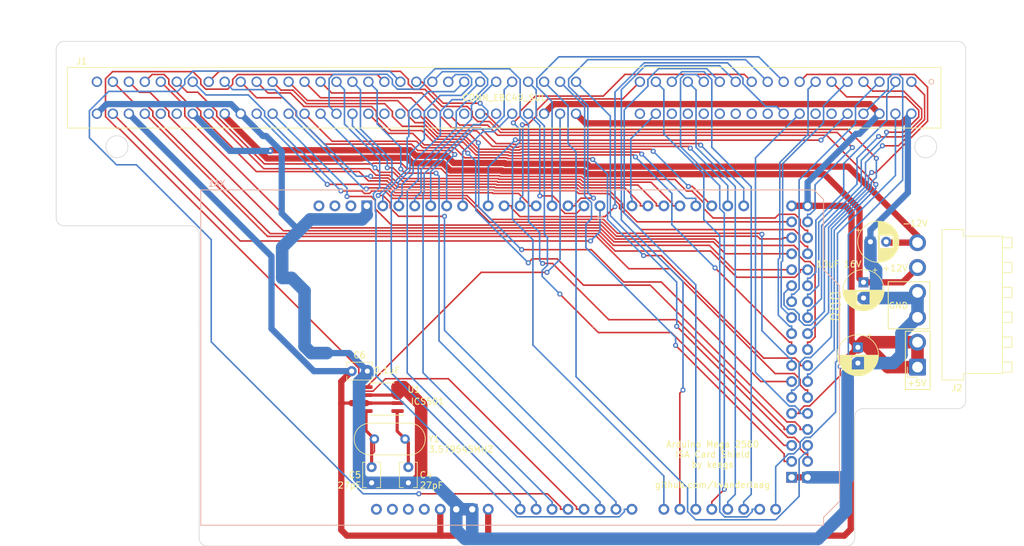
<source format=kicad_pcb>
(kicad_pcb (version 20211014) (generator pcbnew)
  (layers (0 "F.Cu" signal) (31 "B.Cu" signal) (34 "B.Paste" user) (35 "F.Paste" user) (36 "B.SilkS" user "B.Silkscreen") (37 "F.SilkS" user "F.Silkscreen") (38 "B.Mask" user) (39 "F.Mask" user) (44 "Edge.Cuts" user))
  (net 0 "")
  (net 7 "+5V")
  (net 8 "+12V")
  (net 9 "-12V")
  (net 10 "GND")
  (net 11 "/PK7")
  (net 12 "/DRQ7")
  (net 13 "/PH4")
  (net 14 "/DRQ6")
  (net 15 "/~{DACK6}")
  (net 16 "/DRQ5")
  (net 17 "/PH3")
  (net 18 "/DRQ0")
  (net 19 "/~{DACK0}")
  (net 20 "/IRQ14")
  (net 21 "/IRQ13")
  (net 22 "/IRQ12")
  (net 23 "/IRQ11")
  (net 24 "/IRQ10")
  (net 25 "/PJ1")
  (net 26 "/~{MEMCS16}")
  (net 27 "/OSC_14M318")
  (net 28 "/ALE")
  (net 29 "/PH5")
  (net 30 "/~{DACK2}")
  (net 31 "/IRQ3")
  (net 32 "/IRQ4")
  (net 33 "/IRQ5")
  (net 34 "/IRQ6")
  (net 35 "/IRQ7")
  (net 36 "/OSC_8M")
  (net 37 "/~{REFRESH}")
  (net 38 "/DRQ1")
  (net 39 "/PH0")
  (net 40 "/DRQ3")
  (net 41 "/PH1")
  (net 42 "/PG0")
  (net 43 "/PG1")
  (net 44 "/PG2")
  (net 45 "/PG5")
  (net 46 "/PJ0")
  (net 47 "/DRQ2")
  (net 48 "/-5V")
  (net 49 "/IRQ2")
  (net 50 "/PE0")
  (net 51 "/PE5")
  (net 52 "/PE4")
  (net 53 "/LA17")
  (net 54 "/LA18")
  (net 55 "/LA19")
  (net 56 "/LA20")
  (net 57 "/LA21")
  (net 58 "/LA22")
  (net 59 "/LA23")
  (net 60 "/PE3")
  (net 61 "/A0")
  (net 62 "/A1")
  (net 63 "/A2")
  (net 64 "/A3")
  (net 65 "/A4")
  (net 66 "/A5")
  (net 67 "/A6")
  (net 68 "/A7")
  (net 69 "/A8")
  (net 70 "/A9")
  (net 71 "/A10")
  (net 72 "/A11")
  (net 73 "/A12")
  (net 74 "/A13")
  (net 75 "/A14")
  (net 76 "/A15")
  (net 77 "/A16")
  (net 78 "/A17")
  (net 79 "/A18")
  (net 80 "/A19")
  (net 81 "/AEN")
  (net 82 "/PH6")
  (net 83 "/D0")
  (net 84 "/D1")
  (net 85 "/D2")
  (net 86 "/D3")
  (net 87 "/D4")
  (net 88 "/D5")
  (net 89 "/D6")
  (net 90 "/D7")
  (net 91 "/~{IO_CH_CHK}")
  (net 92 "Net-(C4-Pad1)")
  (net 93 "Net-(C5-Pad1)")
  (net 94 "/PC7")
  (net 95 "/PC6")
  (net 96 "/PC5")
  (net 97 "/PC4")
  (net 98 "/PC3")
  (net 99 "/PC2")
  (net 100 "/PC1")
  (net 101 "/PC0")
  (footprint "Capacitor_THT:CP_Radial_D6.3mm_P2.50mm" (layer "F.Cu") (at 183.388 77.9469 -90)
    (fp_text reference "C2")
    (fp_text value "10uF 16V" hide)
  )
  (footprint "Capacitor_THT:CP_Radial_D6.3mm_P2.50mm" (layer "F.Cu") (at 182.499 88.2932 -90)
    (fp_text reference "C1")
    (fp_text value "10uF 16V")
  )
  (footprint "Capacitor_THT:C_Disc_D3.8mm_W2.6mm_P2.50mm" (layer "F.Cu") (at 110.998 107.335 -90)
    (fp_text reference "C4")
    (fp_text value "27pF")
  )
  (footprint "Capacitor_THT:CP_Radial_D6.3mm_P2.50mm" (layer "F.Cu") (at 184.4916 71.501)
    (fp_text reference "C3")
    (fp_text value "10uF 16V" hide)
  )
  (footprint "Crystal:Crystal_HC49-U_Vertical" (layer "F.Cu") (at 110.474 102.87 180)
    (fp_text reference "Y1")
    (fp_text value "3.579545MHZ")
  )
  (footprint "PCM_arduino-library:Arduino_Mega2560_Shield" (layer "F.Cu") (at 77.978 116.586)
    (fp_text reference "XA1")
    (fp_text value "Arduino_Mega2560_Shield")
  )
  (footprint "Capacitor_THT:C_Disc_D3.8mm_W2.6mm_P2.50mm" (layer "F.Cu") (at 101.981 92.075)
    (fp_text reference "C6")
    (fp_text value "0.1uF")
  )
  (footprint "arduino-mega-isa-shield:EBC49DCWN-S420" (layer "F.Cu") (at 191.008 46.05)
    (fp_text reference "J1")
    (fp_text value "CONN_EBC49_SUL")
  )
  (footprint "Connector_JST:JST_VH_B6PS-VH_1x06_P3.96mm_Horizontal" (layer "F.Cu") (at 191.98 91.434 90)
    (fp_text reference "J2")
    (fp_text value "JST VH 1x6")
  )
  (footprint "Capacitor_THT:C_Disc_D3.8mm_W2.6mm_P2.50mm" (layer "F.Cu") (at 105.156 107.335 -90)
    (fp_text reference "C5")
    (fp_text value "27pF")
  )
  (footprint "Package_SO:SOIC-8_3.9x4.9mm_P1.27mm" (layer "F.Cu") (at 106.807 96.52 180)
    (fp_text reference "U1")
    (fp_text value "ICS501")
  )
  (gr_line (start 193.9925 85.725) (end 193.9925 94.996) (layer "F.SilkS") (width 0.15))
  (gr_line (start 190.0555 85.725) (end 193.9925 85.725) (layer "F.SilkS") (width 0.15))
  (gr_line (start 190.0555 94.996) (end 190.0555 85.725) (layer "F.SilkS") (width 0.15))
  (gr_line (start 187.325 77.851) (end 193.929 77.851) (layer "F.SilkS") (width 0.15))
  (gr_line (start 187.325 77.851) (end 187.325 85.344) (layer "F.SilkS") (width 0.15))
  (gr_line (start 187.325 85.344) (end 193.929 85.344) (layer "F.SilkS") (width 0.15))
  (gr_line (start 193.929 77.851) (end 193.929 85.344) (layer "F.SilkS") (width 0.15))
  (gr_line (start 193.9925 94.996) (end 190.0555 94.996) (layer "F.SilkS") (width 0.15))
  (gr_line (start 76.454 68.961) (end 56.261 68.961) (layer "Edge.Cuts") (width 0.1))
  (gr_line (start 182.000026 118.618) (end 182.000026 99.314) (layer "Edge.Cuts") (width 0.1))
  (gr_arc (start 182.000026 99.314) (mid 182.372 98.415974) (end 183.270026 98.044) (layer "Edge.Cuts") (width 0.1))
  (gr_line (start 198.374 98.044) (end 183.270026 98.044) (layer "Edge.Cuts") (width 0.1))
  (gr_arc (start 78.994 119.888) (mid 78.095974 119.516026) (end 77.724 118.618) (layer "Edge.Cuts") (width 0.1))
  (gr_line (start 198.3486 39.624) (end 56.2864 39.624) (layer "Edge.Cuts") (width 0.1))
  (gr_line (start 77.724 84.328) (end 77.724 70.231) (layer "Edge.Cuts") (width 0.1))
  (gr_circle (center 193.294 56.388) (end 195.044 56.388) (layer "Edge.Cuts") (width 0.1) (fill none))
  (gr_arc (start 56.261 68.961) (mid 55.362974 68.589026) (end 54.991 67.691) (layer "Edge.Cuts") (width 0.1))
  (gr_arc (start 54.991 40.9194) (mid 55.370414 40.003414) (end 56.2864 39.624) (layer "Edge.Cuts") (width 0.1))
  (gr_arc (start 76.454 68.961) (mid 77.352026 69.332974) (end 77.724 70.231) (layer "Edge.Cuts") (width 0.1))
  (gr_arc (start 198.3486 39.624) (mid 199.264586 40.003414) (end 199.644 40.9194) (layer "Edge.Cuts") (width 0.1))
  (gr_line (start 199.644 96.774) (end 199.644 40.9194) (layer "Edge.Cuts") (width 0.1))
  (gr_arc (start 199.644 96.774) (mid 199.272026 97.672026) (end 198.374 98.044) (layer "Edge.Cuts") (width 0.1))
  (gr_arc (start 182.000026 118.618) (mid 181.628052 119.516026) (end 180.730026 119.888) (layer "Edge.Cuts") (width 0.1))
  (gr_line (start 54.991 40.9194) (end 54.991 53.594) (layer "Edge.Cuts") (width 0.1))
  (gr_circle (center 64.643 56.388) (end 66.393 56.388) (layer "Edge.Cuts") (width 0.1) (fill none))
  (gr_line (start 77.724 84.328) (end 77.724 118.618) (layer "Edge.Cuts") (width 0.1))
  (gr_line (start 78.994 119.888) (end 180.730026 119.888) (layer "Edge.Cuts") (width 0.1))
  (gr_line (start 54.991 53.594) (end 54.991 67.691) (layer "Edge.Cuts") (width 0.1))
  (gr_text "Arduino Mega 2560\nISA Card Shield\nby keegs\n\ngithub.com/kvanderlaag" (at 159.385 106.934) (layer "F.SilkS") (effects (font (size 1 1))))
  (gr_text "-12V" (at 189.484 68.58) (layer "F.SilkS") (effects (font (size 1 1)) (justify left)))
  (gr_text "GND" (at 187.325 81.661) (layer "F.SilkS") (effects (font (size 1 1)) (justify left)))
  (gr_text "+5V" (at 190.246 93.98) (layer "F.SilkS") (effects (font (size 1 1)) (justify left)))
  (gr_text "+12V" (at 186.309 75.692) (layer "F.SilkS") (effects (font (size 1 1)) (justify left)))
  (segment locked (start 191.98 87.474) (end 183.318242 87.474) (width 2) (layer "F.Cu") (net 7))
  (segment (start 180.999 93.2026) (end 181.364 93.5676) (width 1) (layer "F.Cu") (net 7))
  (segment locked (start 100.33 97.282) (end 100.33 93.726) (width 1) (layer "F.Cu") (net 7))
  (segment locked (start 100.33 93.726) (end 101.981 92.075) (width 1) (layer "F.Cu") (net 7))
  (segment locked (start 180.34 118.237) (end 123.317 118.237) (width 1) (layer "F.Cu") (net 7))
  (segment (start 116.078 117.856) (end 116.078 118.237) (width 1) (layer "F.Cu") (net 7))
  (segment locked (start 116.078 117.856) (end 116.078 114.046) (width 1) (layer "F.Cu") (net 7))
  (segment (start 184.4023 49.6043) (end 134.1137 49.6043) (width 1) (layer "F.Cu") (net 7))
  (segment locked (start 191.98 87.474) (end 191.98 91.434) (width 2) (layer "F.Cu") (net 7))
  (segment (start 100.33 97.155) (end 100.457 97.155) (width 1) (layer "F.Cu") (net 7))
  (segment locked (start 100.33 117.348) (end 101.219 118.237) (width 1) (layer "F.Cu") (net 7))
  (segment locked (start 181.364 93.56762) (end 181.364 117.213) (width 1) (layer "F.Cu") (net 7))
  (segment locked (start 104.332 97.155) (end 109.282 97.155) (width 0.5) (layer "F.Cu") (net 7))
  (segment locked (start 123.698 114.046) (end 123.698 117.856) (width 1) (layer "F.Cu") (net 7))
  (segment locked (start 117.348 118.237) (end 116.459 118.237) (width 1) (layer "F.Cu") (net 7))
  (segment locked (start 180.999 89.793242) (end 180.999 93.20262) (width 1) (layer "F.Cu") (net 7))
  (segment locked (start 181.483 69.342) (end 181.483 66.802) (width 1) (layer "F.Cu") (net 7))
  (segment locked (start 181.483 66.802) (end 180.467 65.786) (width 1) (layer "F.Cu") (net 7))
  (segment locked (start 182.499 88.293242) (end 180.999 89.793242) (width 1) (layer "F.Cu") (net 7))
  (segment (start 122.301 118.237) (end 123.317 118.237) (width 1) (layer "F.Cu") (net 7))
  (segment locked (start 181.364 117.213) (end 180.34 118.237) (width 1) (layer "F.Cu") (net 7))
  (segment locked (start 181.483 87.277242) (end 181.483 69.342) (width 1) (layer "F.Cu") (net 7))
  (segment locked (start 187.278242 91.434) (end 183.318242 87.474) (width 2) (layer "F.Cu") (net 7))
  (segment locked (start 180.467 65.786) (end 174.498 65.786) (width 1) (layer "F.Cu") (net 7))
  (segment locked (start 182.499 88.293242) (end 181.483 87.277242) (width 1) (layer "F.Cu") (net 7))
  (segment locked (start 100.33 97.282) (end 100.33 117.348) (width 1) (layer "F.Cu") (net 7))
  (segment locked (start 191.98 91.434) (end 187.278242 91.434) (width 2) (layer "F.Cu") (net 7))
  (segment locked (start 122.301 118.237) (end 117.348 118.237) (width 1) (layer "F.Cu") (net 7))
  (segment (start 185.928 51.13) (end 184.4023 49.6043) (width 1) (layer "F.Cu") (net 7))
  (segment locked (start 101.219 118.237) (end 116.459 118.237) (width 1) (layer "F.Cu") (net 7))
  (segment (start 134.1137 49.6043) (end 132.588 51.13) (width 1) (layer "F.Cu") (net 7))
  (segment locked (start 183.318242 87.474) (end 182.499 88.293242) (width 2) (layer "F.Cu") (net 7))
  (segment locked (start 171.958 65.786) (end 174.498 65.786) (width 1) (layer "F.Cu") (net 7))
  (segment (start 101.981 97.155) (end 104.332 97.155) (width 1) (layer "F.Cu") (net 7))
  (segment locked (start 100.457 97.155) (end 101.981 97.155) (width 0.5) (layer "F.Cu") (net 7))
  (segment (start 89.2318 73.8138) (end 66.548 51.13) (width 1) (layer "B.Cu") (net 7))
  (segment (start 182.2105 54.3373) (end 174.498 62.0498) (width 1) (layer "B.Cu") (net 7))
  (segment (start 174.498 65.786) (end 174.498 64.2223) (width 1) (layer "B.Cu") (net 7))
  (segment (start 174.498 62.0498) (end 174.498 64.2223) (width 1) (layer "B.Cu") (net 7))
  (segment (start 95.9836 92.075) (end 89.2318 85.3232) (width 1) (layer "B.Cu") (net 7))
  (segment (start 185.928 51.13) (end 182.7207 54.3373) (width 1) (layer "B.Cu") (net 7))
  (segment (start 89.2318 85.3232) (end 89.2318 73.8138) (width 1) (layer "B.Cu") (net 7))
  (segment (start 182.7207 54.3373) (end 182.2105 54.3373) (width 1) (layer "B.Cu") (net 7))
  (segment (start 101.981 92.075) (end 95.9836 92.075) (width 1) (layer "B.Cu") (net 7))
  (segment (start 81.788 51.5165) (end 88.521 58.2495) (width 1) (layer "F.Cu") (net 8))
  (segment locked (start 182.753 77.311863) (end 183.388 77.946863) (width 1) (layer "F.Cu") (net 8))
  (segment (start 110.7944 58.1429) (end 111.6708 59.0193) (width 1) (layer "F.Cu") (net 8))
  (segment (start 103.6788 58.1429) (end 110.7944 58.1429) (width 1) (layer "F.Cu") (net 8))
  (segment (start 81.788 51.13) (end 81.788 51.5165) (width 1) (layer "F.Cu") (net 8))
  (segment locked (start 183.388 77.946863) (end 189.627137 77.946863) (width 1) (layer "F.Cu") (net 8))
  (segment (start 116.5321 59.0193) (end 117.6822 60.1694) (width 1) (layer "F.Cu") (net 8))
  (segment (start 88.521 58.2495) (end 103.5722 58.2495) (width 1) (layer "F.Cu") (net 8))
  (segment locked (start 189.627137 77.946863) (end 191.98 75.594) (width 1) (layer "F.Cu") (net 8))
  (segment (start 182.753 66.3275) (end 182.753 69.977) (width 1) (layer "F.Cu") (net 8))
  (segment (start 125.8289 60.1694) (end 125.9478 60.2883) (width 1) (layer "F.Cu") (net 8))
  (segment (start 103.5722 58.2495) (end 103.6788 58.1429) (width 1) (layer "F.Cu") (net 8))
  (segment (start 111.6708 59.0193) (end 116.5321 59.0193) (width 1) (layer "F.Cu") (net 8))
  (segment (start 125.9478 60.2883) (end 138.8888 60.2883) (width 1) (layer "F.Cu") (net 8))
  (segment (start 138.8888 60.2883) (end 139.35 60.7495) (width 1) (layer "F.Cu") (net 8))
  (segment (start 139.35 60.7495) (end 177.175 60.7495) (width 1) (layer "F.Cu") (net 8))
  (segment (start 117.6822 60.1694) (end 125.8289 60.1694) (width 1) (layer "F.Cu") (net 8))
  (segment (start 177.175 60.7495) (end 182.753 66.3275) (width 1) (layer "F.Cu") (net 8))
  (segment locked (start 182.753 69.977) (end 182.753 77.311863) (width 1) (layer "F.Cu") (net 8))
  (segment (start 126.326 58.9693) (end 126.4449 59.0882) (width 1) (layer "F.Cu") (net 9))
  (segment (start 139.8471 59.5494) (end 180.9634 59.5494) (width 1) (layer "F.Cu") (net 9))
  (segment (start 89.1516 56.9422) (end 111.2909 56.9422) (width 1) (layer "F.Cu") (net 9))
  (segment (start 111.2909 56.9422) (end 112.1679 57.8192) (width 1) (layer "F.Cu") (net 9))
  (segment (start 118.1793 58.9693) (end 126.326 58.9693) (width 1) (layer "F.Cu") (net 9))
  (segment (start 89.0451 57.0487) (end 89.1516 56.9422) (width 1) (layer "F.Cu") (net 9))
  (segment (start 117.0292 57.8192) (end 118.1793 58.9693) (width 1) (layer "F.Cu") (net 9))
  (segment (start 180.9634 59.5494) (end 191.98 70.566) (width 1) (layer "F.Cu") (net 9))
  (segment (start 112.1679 57.8192) (end 117.0292 57.8192) (width 1) (layer "F.Cu") (net 9))
  (segment (start 191.98 70.566) (end 191.98 71.634) (width 1) (layer "F.Cu") (net 9))
  (segment (start 126.4449 59.0882) (end 139.3859 59.0882) (width 1) (layer "F.Cu") (net 9))
  (segment (start 139.3859 59.0882) (end 139.8471 59.5494) (width 1) (layer "F.Cu") (net 9))
  (segment locked (start 191.98 71.634) (end 187.12462 71.634) (width 1) (layer "F.Cu") (net 9))
  (via (at 89.0451 57.0487) (size 0.8) (drill 0.4) (layers "F.Cu" "B.Cu") (net 9))
  (segment (start 82.6267 57.0487) (end 89.0451 57.0487) (width 1) (layer "B.Cu") (net 9))
  (segment (start 76.708 51.13) (end 82.6267 57.0487) (width 1) (layer "B.Cu") (net 9))
  (segment (start 174.498 108.966) (end 171.958 108.966) (width 1) (layer "F.Cu") (net 10))
  (segment locked (start 104.332 95.885) (end 109.282 95.885) (width 0.5) (layer "F.Cu") (net 10))
  (segment (start 189.4803 52.6577) (end 139.1957 52.6577) (width 1) (layer "F.Cu") (net 10))
  (segment (start 110.998 109.835) (end 112.129 109.835) (width 1) (layer "F.Cu") (net 10))
  (segment locked (start 113.03 108.93437) (end 113.03 97.409) (width 2) (layer "F.Cu") (net 10))
  (segment locked (start 110.236 94.615) (end 109.282 94.615) (width 2) (layer "F.Cu") (net 10))
  (segment (start 139.1957 52.6577) (end 137.668 51.13) (width 1) (layer "F.Cu") (net 10))
  (segment (start 109.282 95.655) (end 109.282 95.885) (width 1) (layer "F.Cu") (net 10))
  (segment (start 191.008 51.13) (end 189.4803 52.6577) (width 1) (layer "F.Cu") (net 10))
  (segment locked (start 113.03 97.409) (end 110.236 94.615) (width 2) (layer "F.Cu") (net 10))
  (segment locked (start 112.12937 109.835) (end 113.03 108.93437) (width 2) (layer "F.Cu") (net 10))
  (segment locked (start 109.282 94.615) (end 109.282 95.655) (width 2) (layer "F.Cu") (net 10))
  (segment (start 82.8023 49.6043) (end 84.328 51.13) (width 1) (layer "B.Cu") (net 10))
  (segment locked (start 120.015 118.745) (end 176.149 118.745) (width 2) (layer "B.Cu") (net 10))
  (segment (start 61.468 51.13) (end 62.9937 49.6043) (width 1) (layer "B.Cu") (net 10))
  (segment locked (start 180.213 108.966) (end 174.498 108.966) (width 2) (layer "B.Cu") (net 10))
  (segment locked (start 103.156 93.821) (end 104.481 92.496) (width 2) (layer "B.Cu") (net 10))
  (segment (start 88.3704 54.6768) (end 87.8748 54.6768) (width 1) (layer "B.Cu") (net 10))
  (segment locked (start 118.618 114.046) (end 118.618 117.348) (width 2) (layer "B.Cu") (net 10))
  (segment locked (start 184.888 80.446863) (end 183.388 80.446863) (width 2) (layer "B.Cu") (net 10))
  (segment (start 87.8748 54.6768) (end 84.328 51.13) (width 1) (layer "B.Cu") (net 10))
  (segment locked (start 105.156 109.835) (end 104.02463 109.835) (width 2) (layer "B.Cu") (net 10))
  (segment locked (start 180.594 114.3) (end 180.594 109.347) (width 2) (layer "B.Cu") (net 10))
  (segment locked (start 101.6076 89.2016) (end 98.044 89.2016) (width 1) (layer "B.Cu") (net 10))
  (segment (start 121.158 117.602) (end 121.158 118.745) (width 1) (layer "B.Cu") (net 10))
  (segment locked (start 191.98 79.554) (end 191.98 83.514) (width 2) (layer "B.Cu") (net 10))
  (segment locked (start 183.388 80.446863) (end 191.087137 80.446863) (width 2) (layer "B.Cu") (net 10))
  (segment locked (start 103.156 108.96637) (end 103.156 93.821) (width 2) (layer "B.Cu") (net 10))
  (segment (start 180.213 108.966) (end 180.594 109.347) (width 2) (layer "B.Cu") (net 10))
  (segment locked (start 95.377 67.945) (end 103.632 67.945) (width 2) (layer "B.Cu") (net 10))
  (segment (start 180.864 109.077) (end 180.864 92.428242) (width 2) (layer "B.Cu") (net 10))
  (segment locked (start 189.43 86.064) (end 191.98 83.514) (width 2) (layer "B.Cu") (net 10))
  (segment (start 190.4439 51.6941) (end 191.008 51.13) (width 1) (layer "B.Cu") (net 10))
  (segment (start 118.618 114.046) (end 121.158 114.046) (width 2) (layer "B.Cu") (net 10))
  (segment locked (start 184.49162 71.501) (end 184.49162 75.050483) (width 2) (layer "B.Cu") (net 10))
  (segment locked (start 189.43 89.48562) (end 188.122378 90.793242) (width 2) (layer "B.Cu") (net 10))
  (segment locked (start 94.488 88.138) (end 95.5516 89.2016) (width 2) (layer "B.Cu") (net 10))
  (segment (start 185.388 79.946863) (end 184.888 80.446863) (width 2) (layer "B.Cu") (net 10))
  (segment locked (start 92.432 77.256) (end 94.488 79.312) (width 2) (layer "B.Cu") (net 10))
  (segment (start 184.492 69.651) (end 184.492 71.50062) (width 1) (layer "B.Cu") (net 10))
  (segment locked (start 103.632 67.945) (end 104.394 67.183) (width 2) (layer "B.Cu") (net 10))
  (segment (start 184.492 69.651) (end 190.4439 63.6991) (width 1) (layer "B.Cu") (net 10))
  (segment locked (start 90.932 77.256) (end 92.432 77.256) (width 2) (layer "B.Cu") (net 10))
  (segment (start 90.8615 57.1679) (end 88.3704 54.6768) (width 1) (layer "B.Cu") (net 10))
  (segment locked (start 184.49162 75.050483) (end 185.388 75.946863) (width 2) (layer "B.Cu") (net 10))
  (segment locked (start 95.5516 89.2016) (end 98.044 89.2016) (width 2) (layer "B.Cu") (net 10))
  (segment (start 180.864 92.428242) (end 182.499 90.793242) (width 2) (layer "B.Cu") (net 10))
  (segment (start 93.6014 69.7206) (end 90.8615 66.9807) (width 1) (layer "B.Cu") (net 10))
  (segment locked (start 90.932 72.39) (end 95.377 67.945) (width 2) (layer "B.Cu") (net 10))
  (segment (start 185.388 75.946863) (end 185.388 79.946863) (width 2) (layer "B.Cu") (net 10))
  (segment locked (start 118.618 117.348) (end 120.015 118.745) (width 2) (layer "B.Cu") (net 10))
  (segment locked (start 104.481 92.496) (end 104.481 92.075) (width 2) (layer "B.Cu") (net 10))
  (segment (start 180.594 109.347) (end 180.864 109.077) (width 2) (layer "B.Cu") (net 10))
  (segment (start 190.4439 63.6991) (end 190.4439 51.6941) (width 1) (layer "B.Cu") (net 10))
  (segment locked (start 189.43 89.48562) (end 189.43 86.064) (width 2) (layer "B.Cu") (net 10))
  (segment locked (start 104.02463 109.835) (end 103.156 108.96637) (width 2) (layer "B.Cu") (net 10))
  (segment locked (start 90.932 77.256) (end 90.932 72.39) (width 2) (layer "B.Cu") (net 10))
  (segment (start 104.394 67.183) (end 104.394 65.786) (width 1) (layer "B.Cu") (net 10))
  (segment (start 90.8615 66.9807) (end 90.8615 57.1679) (width 1) (layer "B.Cu") (net 10))
  (segment locked (start 104.481 92.075) (end 101.6076 89.2016) (width 1) (layer "B.Cu") (net 10))
  (segment locked (start 121.158 117.602) (end 121.158 114.046) (width 2) (layer "B.Cu") (net 10))
  (segment locked (start 176.149 118.745) (end 180.594 114.3) (width 2) (layer "B.Cu") (net 10))
  (segment (start 184.492 71.50062) (end 184.49162 71.501) (width 1) (layer "B.Cu") (net 10))
  (segment locked (start 110.998 109.835) (end 115.169 109.835) (width 2) (layer "B.Cu") (net 10))
  (segment locked (start 105.156 109.835) (end 110.998 109.835) (width 2) (layer "B.Cu") (net 10))
  (segment locked (start 94.488 79.312) (end 94.488 88.138) (width 2) (layer "B.Cu") (net 10))
  (segment locked (start 115.169 109.835) (end 119.38 114.046) (width 2) (layer "B.Cu") (net 10))
  (segment locked (start 188.122378 90.793242) (end 182.499 90.793242) (width 2) (layer "B.Cu") (net 10))
  (segment (start 62.9937 49.6043) (end 82.8023 49.6043) (width 1) (layer "B.Cu") (net 10))
  (segment (start 172.2891 105.2372) (end 171.4482 105.2372) (width 0.25) (layer "B.Cu") (net 11))
  (segment (start 173.3092 103.3716) (end 173.3092 104.2171) (width 0.25) (layer "B.Cu") (net 11))
  (segment (start 188.468 51.13) (end 188.468 60.9536) (width 0.25) (layer "B.Cu") (net 11))
  (segment (start 179.2432 90.3913) (end 178.9452 90.6893) (width 0.25) (layer "B.Cu") (net 11))
  (segment (start 188.468 60.9536) (end 179.2432 70.1784) (width 0.25) (layer "B.Cu") (net 11))
  (segment (start 171.4482 105.2372) (end 169.418 107.2674) (width 0.25) (layer "B.Cu") (net 11))
  (segment (start 178.9452 98.5928) (end 174.922 102.616) (width 0.25) (layer "B.Cu") (net 11))
  (segment (start 174.922 102.616) (end 174.0648 102.616) (width 0.25) (layer "B.Cu") (net 11))
  (segment (start 174.0648 102.616) (end 173.3092 103.3716) (width 0.25) (layer "B.Cu") (net 11))
  (segment (start 179.2432 70.1784) (end 179.2432 90.3913) (width 0.25) (layer "B.Cu") (net 11))
  (segment (start 178.9452 90.6893) (end 178.9452 98.5928) (width 0.25) (layer "B.Cu") (net 11))
  (segment (start 169.418 107.2674) (end 169.418 114.046) (width 0.25) (layer "B.Cu") (net 11))
  (segment (start 173.3092 104.2171) (end 172.2891 105.2372) (width 0.25) (layer "B.Cu") (net 11))
  (segment (start 173.1467 98.806) (end 173.1467 98.4344) (width 0.25) (layer "F.Cu") (net 12))
  (segment (start 171.958 98.806) (end 173.1467 98.806) (width 0.25) (layer "F.Cu") (net 12))
  (segment (start 173.1467 98.4344) (end 173.9638 97.6173) (width 0.25) (layer "F.Cu") (net 12))
  (segment (start 179.6703 92.7841) (end 179.6703 91.3446) (width 0.25) (layer "F.Cu") (net 12))
  (segment (start 174.8371 97.6173) (end 179.6703 92.7841) (width 0.25) (layer "F.Cu") (net 12))
  (segment (start 173.9638 97.6173) (end 174.8371 97.6173) (width 0.25) (layer "F.Cu") (net 12))
  (via (at 179.6703 91.3446) (size 0.8) (drill 0.4) (layers "F.Cu" "B.Cu") (net 12))
  (segment (start 180.9781 90.0368) (end 179.6703 91.3446) (width 0.25) (layer "B.Cu") (net 12))
  (segment (start 189.6187 45.5238) (end 189.6187 61.7003) (width 0.25) (layer "B.Cu") (net 12))
  (segment (start 183.388 51.13) (end 187.3173 47.2007) (width 0.25) (layer "B.Cu") (net 12))
  (segment (start 187.9745 44.8617) (end 188.9566 44.8617) (width 0.25) (layer "B.Cu") (net 12))
  (segment (start 188.9566 44.8617) (end 189.6187 45.5238) (width 0.25) (layer "B.Cu") (net 12))
  (segment (start 180.9781 70.3409) (end 180.9781 90.0368) (width 0.25) (layer "B.Cu") (net 12))
  (segment (start 187.3173 45.5189) (end 187.9745 44.8617) (width 0.25) (layer "B.Cu") (net 12))
  (segment (start 189.6187 61.7003) (end 180.9781 70.3409) (width 0.25) (layer "B.Cu") (net 12))
  (segment (start 187.3173 47.2007) (end 187.3173 45.5189) (width 0.25) (layer "B.Cu") (net 12))
  (segment (start 128.0672 55.3352) (end 176.6428 55.3352) (width 0.25) (layer "F.Cu") (net 13))
  (segment (start 128.0195 55.2875) (end 128.0672 55.3352) (width 0.25) (layer "F.Cu") (net 13))
  (via (at 128.0195 55.2875) (size 0.8) (drill 0.4) (layers "F.Cu" "B.Cu") (net 13))
  (via (at 176.6428 55.3352) (size 0.8) (drill 0.4) (layers "F.Cu" "B.Cu") (net 13))
  (segment (start 180.848 51.13) (end 176.6428 55.3352) (width 0.25) (layer "B.Cu") (net 13))
  (segment (start 123.698 59.609) (end 128.0195 55.2875) (width 0.25) (layer "B.Cu") (net 13))
  (segment (start 123.698 65.786) (end 123.698 59.609) (width 0.25) (layer "B.Cu") (net 13))
  (segment (start 166.2106 58.1474) (end 173.228 51.13) (width 0.25) (layer "B.Cu") (net 16))
  (segment (start 173.3093 98.806) (end 173.3093 98.4344) (width 0.25) (layer "B.Cu") (net 16))
  (segment (start 171.5547 97.6173) (end 166.2106 92.2732) (width 0.25) (layer "B.Cu") (net 16))
  (segment (start 173.3093 98.4344) (end 172.4922 97.6173) (width 0.25) (layer "B.Cu") (net 16))
  (segment (start 172.4922 97.6173) (end 171.5547 97.6173) (width 0.25) (layer "B.Cu") (net 16))
  (segment (start 174.498 98.806) (end 173.3093 98.806) (width 0.25) (layer "B.Cu") (net 16))
  (segment (start 166.2106 92.2732) (end 166.2106 58.1474) (width 0.25) (layer "B.Cu") (net 16))
  (segment (start 126.238 65.786) (end 127.4267 65.786) (width 0.25) (layer "F.Cu") (net 17))
  (segment (start 143.8624 65.9162) (end 142.283 67.4956) (width 0.25) (layer "F.Cu") (net 17))
  (segment (start 128.7648 67.4956) (end 127.4267 66.1575) (width 0.25) (layer "F.Cu") (net 17))
  (segment (start 127.4267 66.1575) (end 127.4267 65.786) (width 0.25) (layer "F.Cu") (net 17))
  (segment (start 142.283 67.4956) (end 128.7648 67.4956) (width 0.25) (layer "F.Cu") (net 17))
  (via (at 143.8624 65.9162) (size 0.8) (drill 0.4) (layers "F.Cu" "B.Cu") (net 17))
  (segment (start 143.8624 47.6891) (end 148.5111 43.0404) (width 0.25) (layer "B.Cu") (net 17))
  (segment (start 161.7578 43.0404) (end 164.2187 45.5013) (width 0.25) (layer "B.Cu") (net 17))
  (segment (start 148.5111 43.0404) (end 161.7578 43.0404) (width 0.25) (layer "B.Cu") (net 17))
  (segment (start 169.5373 49.9793) (end 170.688 51.13) (width 0.25) (layer "B.Cu") (net 17))
  (segment (start 143.8624 65.9162) (end 143.8624 47.6891) (width 0.25) (layer "B.Cu") (net 17))
  (segment (start 164.2187 46.3577) (end 167.8403 49.9793) (width 0.25) (layer "B.Cu") (net 17))
  (segment (start 167.8403 49.9793) (end 169.5373 49.9793) (width 0.25) (layer "B.Cu") (net 17))
  (segment (start 164.2187 45.5013) (end 164.2187 46.3577) (width 0.25) (layer "B.Cu") (net 17))
  (segment (start 146.3825 55.1155) (end 146.3825 64.4218) (width 0.25) (layer "B.Cu") (net 25))
  (segment (start 150.368 51.13) (end 146.3825 55.1155) (width 0.25) (layer "B.Cu") (net 25))
  (segment (start 146.3825 64.4218) (end 146.558 64.5973) (width 0.25) (layer "B.Cu") (net 25))
  (segment (start 146.558 65.786) (end 146.558 64.5973) (width 0.25) (layer "B.Cu") (net 25))
  (segment (start 104.332 94.615) (end 122.5853 76.3617) (width 0.25) (layer "F.Cu") (net 27))
  (segment (start 122.5853 76.3617) (end 133.0425 76.3617) (width 0.25) (layer "F.Cu") (net 27))
  (via (at 133.0425 76.3617) (size 0.8) (drill 0.4) (layers "F.Cu" "B.Cu") (net 27))
  (segment (start 135.128 74.2762) (end 133.0425 76.3617) (width 0.25) (layer "B.Cu") (net 27))
  (segment (start 135.128 51.13) (end 135.128 74.2762) (width 0.25) (layer "B.Cu") (net 27))
  (segment (start 135.9076 66.9934) (end 135.128 66.2138) (width 0.25) (layer "F.Cu") (net 28))
  (segment (start 138.938 65.786) (end 137.7306 66.9934) (width 0.25) (layer "F.Cu") (net 28))
  (segment (start 135.128 65.3422) (end 133.9914 64.2056) (width 0.25) (layer "F.Cu") (net 28))
  (segment (start 137.7306 66.9934) (end 135.9076 66.9934) (width 0.25) (layer "F.Cu") (net 28))
  (segment (start 135.128 66.2138) (end 135.128 65.3422) (width 0.25) (layer "F.Cu") (net 28))
  (segment (start 133.9914 64.2056) (end 131.9072 64.2056) (width 0.25) (layer "F.Cu") (net 28))
  (via (at 131.9072 64.2056) (size 0.8) (drill 0.4) (layers "F.Cu" "B.Cu") (net 28))
  (segment (start 131.9072 64.2056) (end 131.9072 52.9892) (width 0.25) (layer "B.Cu") (net 28))
  (segment (start 131.9072 52.9892) (end 130.048 51.13) (width 0.25) (layer "B.Cu") (net 28))
  (segment (start 122.8638 53.9857) (end 119.634 57.2155) (width 0.25) (layer "B.Cu") (net 29))
  (segment (start 119.634 57.2155) (end 119.634 64.5973) (width 0.25) (layer "B.Cu") (net 29))
  (segment (start 124.6523 53.9857) (end 122.8638 53.9857) (width 0.25) (layer "B.Cu") (net 29))
  (segment (start 127.508 51.13) (end 124.6523 53.9857) (width 0.25) (layer "B.Cu") (net 29))
  (segment (start 119.634 65.786) (end 119.634 64.5973) (width 0.25) (layer "B.Cu") (net 29))
  (segment (start 125.8277 53.6344) (end 123.3233 51.13) (width 0.25) (layer "F.Cu") (net 31))
  (segment (start 123.3233 51.13) (end 122.428 51.13) (width 0.25) (layer "F.Cu") (net 31))
  (segment (start 180.8371 53.6344) (end 125.8277 53.6344) (width 0.25) (layer "F.Cu") (net 31))
  (segment (start 185.4365 58.2338) (end 180.8371 53.6344) (width 0.25) (layer "F.Cu") (net 31))
  (via (at 185.4365 58.2338) (size 0.8) (drill 0.4) (layers "F.Cu" "B.Cu") (net 31))
  (segment (start 174.0648 89.916) (end 174.9772 89.916) (width 0.25) (layer "B.Cu") (net 31))
  (segment (start 171.958 96.266) (end 171.958 95.0773) (width 0.25) (layer "B.Cu") (net 31))
  (segment (start 185.4365 61.2272) (end 185.4365 58.2338) (width 0.25) (layer "B.Cu") (net 31))
  (segment (start 171.958 95.0773) (end 172.3296 95.0773) (width 0.25) (layer "B.Cu") (net 31))
  (segment (start 184.613 63.0769) (end 184.613 62.0507) (width 0.25) (layer "B.Cu") (net 31))
  (segment (start 174.9772 89.916) (end 178.2903 86.6029) (width 0.25) (layer "B.Cu") (net 31))
  (segment (start 173.1467 94.2602) (end 173.1467 90.8341) (width 0.25) (layer "B.Cu") (net 31))
  (segment (start 184.613 62.0507) (end 185.4365 61.2272) (width 0.25) (layer "B.Cu") (net 31))
  (segment (start 172.3296 95.0773) (end 173.1467 94.2602) (width 0.25) (layer "B.Cu") (net 31))
  (segment (start 178.2903 69.3996) (end 184.613 63.0769) (width 0.25) (layer "B.Cu") (net 31))
  (segment (start 178.2903 86.6029) (end 178.2903 69.3996) (width 0.25) (layer "B.Cu") (net 31))
  (segment (start 173.1467 90.8341) (end 174.0648 89.916) (width 0.25) (layer "B.Cu") (net 31))
  (segment (start 177.5321 54.5624) (end 185.3493 62.3796) (width 0.25) (layer "F.Cu") (net 33))
  (segment (start 123.5997 52.9431) (end 125.219 54.5624) (width 0.25) (layer "F.Cu") (net 33))
  (segment (start 125.219 54.5624) (end 177.5321 54.5624) (width 0.25) (layer "F.Cu") (net 33))
  (segment (start 119.1611 52.9431) (end 123.5997 52.9431) (width 0.25) (layer "F.Cu") (net 33))
  (segment (start 117.348 51.13) (end 119.1611 52.9431) (width 0.25) (layer "F.Cu") (net 33))
  (via (at 185.3493 62.3796) (size 0.8) (drill 0.4) (layers "F.Cu" "B.Cu") (net 33))
  (segment (start 185.3493 63.0468) (end 185.3493 62.3796) (width 0.25) (layer "B.Cu") (net 33))
  (segment (start 178.7405 88.6663) (end 178.7405 69.6556) (width 0.25) (layer "B.Cu") (net 33))
  (segment (start 174.8695 92.5373) (end 178.7405 88.6663) (width 0.25) (layer "B.Cu") (net 33))
  (segment (start 174.498 93.726) (end 174.498 92.5373) (width 0.25) (layer "B.Cu") (net 33))
  (segment (start 178.7405 69.6556) (end 185.3493 63.0468) (width 0.25) (layer "B.Cu") (net 33))
  (segment (start 174.498 92.5373) (end 174.8695 92.5373) (width 0.25) (layer "B.Cu") (net 33))
  (segment (start 140.09 72.7522) (end 145.2338 77.896) (width 0.25) (layer "F.Cu") (net 35))
  (segment (start 112.5428 51.13) (end 115.7063 54.2935) (width 0.25) (layer "F.Cu") (net 35))
  (segment (start 120.6586 54.2935) (end 122.1272 55.7621) (width 0.25) (layer "F.Cu") (net 35))
  (segment (start 151.2285 77.896) (end 167.0585 93.726) (width 0.25) (layer "F.Cu") (net 35))
  (segment (start 129.0244 72.7522) (end 140.09 72.7522) (width 0.25) (layer "F.Cu") (net 35))
  (segment (start 167.0585 93.726) (end 171.958 93.726) (width 0.25) (layer "F.Cu") (net 35))
  (segment (start 112.268 51.13) (end 112.5428 51.13) (width 0.25) (layer "F.Cu") (net 35))
  (segment (start 145.2338 77.896) (end 151.2285 77.896) (width 0.25) (layer "F.Cu") (net 35))
  (segment (start 115.7063 54.2935) (end 120.6586 54.2935) (width 0.25) (layer "F.Cu") (net 35))
  (via (at 129.0244 72.7522) (size 0.8) (drill 0.4) (layers "F.Cu" "B.Cu") (net 35))
  (via (at 122.1272 55.7621) (size 0.8) (drill 0.4) (layers "F.Cu" "B.Cu") (net 35))
  (segment (start 128.9759 72.7522) (end 122.1844 65.9607) (width 0.25) (layer "B.Cu") (net 35))
  (segment (start 122.1844 55.8193) (end 122.1272 55.7621) (width 0.25) (layer "B.Cu") (net 35))
  (segment (start 122.1844 65.9607) (end 122.1844 55.8193) (width 0.25) (layer "B.Cu") (net 35))
  (segment (start 129.0244 72.7522) (end 128.9759 72.7522) (width 0.25) (layer "B.Cu") (net 35))
  (segment (start 138.8655 78.4014) (end 134.6874 74.2233) (width 0.25) (layer "F.Cu") (net 38))
  (segment (start 107.7809 54.2629) (end 111.6884 54.2629) (width 0.25) (layer "F.Cu") (net 38))
  (segment (start 113.5194 56.0939) (end 119.1348 56.0939) (width 0.25) (layer "F.Cu") (net 38))
  (segment (start 134.6874 74.2233) (end 130.698 74.2233) (width 0.25) (layer "F.Cu") (net 38))
  (segment (start 130.698 74.2233) (end 130.0713 74.85) (width 0.25) (layer "F.Cu") (net 38))
  (segment (start 171.2237 100.1573) (end 149.4678 78.4014) (width 0.25) (layer "F.Cu") (net 38))
  (segment (start 149.4678 78.4014) (end 138.8655 78.4014) (width 0.25) (layer "F.Cu") (net 38))
  (segment (start 173.3093 101.346) (end 173.3093 100.9744) (width 0.25) (layer "F.Cu") (net 38))
  (segment (start 119.1348 56.0939) (end 120.4579 57.417) (width 0.25) (layer "F.Cu") (net 38))
  (segment (start 172.4922 100.1573) (end 171.2237 100.1573) (width 0.25) (layer "F.Cu") (net 38))
  (segment (start 111.6884 54.2629) (end 113.5194 56.0939) (width 0.25) (layer "F.Cu") (net 38))
  (segment (start 173.3093 100.9744) (end 172.4922 100.1573) (width 0.25) (layer "F.Cu") (net 38))
  (segment (start 104.648 51.13) (end 107.7809 54.2629) (width 0.25) (layer "F.Cu") (net 38))
  (segment (start 174.498 101.346) (end 173.3093 101.346) (width 0.25) (layer "F.Cu") (net 38))
  (via (at 130.0713 74.85) (size 0.8) (drill 0.4) (layers "F.Cu" "B.Cu") (net 38))
  (via (at 120.4579 57.417) (size 0.8) (drill 0.4) (layers "F.Cu" "B.Cu") (net 38))
  (segment (start 121.7172 58.6763) (end 120.4579 57.417) (width 0.25) (layer "B.Cu") (net 38))
  (segment (start 121.7172 66.4959) (end 121.7172 58.6763) (width 0.25) (layer "B.Cu") (net 38))
  (segment (start 130.0713 74.85) (end 121.7172 66.4959) (width 0.25) (layer "B.Cu") (net 38))
  (segment (start 110.2828 61.4446) (end 125.3006 61.4446) (width 0.25) (layer "F.Cu") (net 39))
  (segment (start 108.5712 59.733) (end 110.2828 61.4446) (width 0.25) (layer "F.Cu") (net 39))
  (segment (start 154.178 65.786) (end 152.9893 65.786) (width 0.25) (layer "F.Cu") (net 39))
  (segment (start 125.4195 61.5635) (end 138.3605 61.5635) (width 0.25) (layer "F.Cu") (net 39))
  (segment (start 152.9893 65.4166) (end 152.9893 65.786) (width 0.25) (layer "F.Cu") (net 39))
  (segment (start 107.647 59.733) (end 108.5712 59.733) (width 0.25) (layer "F.Cu") (net 39))
  (segment (start 138.8217 62.0247) (end 149.5974 62.0247) (width 0.25) (layer "F.Cu") (net 39))
  (segment (start 138.3605 61.5635) (end 138.8217 62.0247) (width 0.25) (layer "F.Cu") (net 39))
  (segment (start 125.3006 61.4446) (end 125.4195 61.5635) (width 0.25) (layer "F.Cu") (net 39))
  (segment (start 149.5974 62.0247) (end 152.9893 65.4166) (width 0.25) (layer "F.Cu") (net 39))
  (via (at 107.647 59.733) (size 0.8) (drill 0.4) (layers "F.Cu" "B.Cu") (net 39))
  (segment (start 102.108 53.0713) (end 107.647 58.6103) (width 0.25) (layer "B.Cu") (net 39))
  (segment (start 107.647 58.6103) (end 107.647 59.733) (width 0.25) (layer "B.Cu") (net 39))
  (segment (start 102.108 51.13) (end 102.108 53.0713) (width 0.25) (layer "B.Cu") (net 39))
  (segment (start 170.7693 101.0094) (end 153.6531 83.8932) (width 0.25) (layer "F.Cu") (net 40))
  (segment (start 170.7693 101.346) (end 170.7693 101.0094) (width 0.25) (layer "F.Cu") (net 40))
  (segment (start 142.8853 83.8932) (end 133.9405 74.9484) (width 0.25) (layer "F.Cu") (net 40))
  (segment (start 171.958 101.346) (end 170.7693 101.346) (width 0.25) (layer "F.Cu") (net 40))
  (segment (start 133.9405 74.9484) (end 132.3498 74.9484) (width 0.25) (layer "F.Cu") (net 40))
  (segment (start 153.6531 83.8932) (end 142.8853 83.8932) (width 0.25) (layer "F.Cu") (net 40))
  (via (at 132.3498 74.9484) (size 0.8) (drill 0.4) (layers "F.Cu" "B.Cu") (net 40))
  (segment (start 108.458 46.4396) (end 108.458 45.6724) (width 0.25) (layer "B.Cu") (net 40))
  (segment (start 99.0715 44.86) (end 98.3947 45.5368) (width 0.25) (layer "B.Cu") (net 40))
  (segment (start 112.7547 47.228) (end 109.2464 47.228) (width 0.25) (layer "B.Cu") (net 40))
  (segment (start 115.246 43.9805) (end 113.538 45.6885) (width 0.25) (layer "B.Cu") (net 40))
  (segment (start 109.2464 47.228) (end 108.458 46.4396) (width 0.25) (layer "B.Cu") (net 40))
  (segment (start 132.3498 74.9484) (end 131.8804 74.479) (width 0.25) (layer "B.Cu") (net 40))
  (segment (start 128.778 45.6583) (end 127.1002 43.9805) (width 0.25) (layer "B.Cu") (net 40))
  (segment (start 131.8804 74.479) (end 131.8804 70.0452) (width 0.25) (layer "B.Cu") (net 40))
  (segment (start 108.458 45.6724) (end 107.6456 44.86) (width 0.25) (layer "B.Cu") (net 40))
  (segment (start 128.778 51.4873) (end 128.778 45.6583) (width 0.25) (layer "B.Cu") (net 40))
  (segment (start 98.3947 45.5368) (end 98.3947 49.9567) (width 0.25) (layer "B.Cu") (net 40))
  (segment (start 98.3947 49.9567) (end 99.568 51.13) (width 0.25) (layer "B.Cu") (net 40))
  (segment (start 130.1096 68.2744) (end 130.1096 52.8189) (width 0.25) (layer "B.Cu") (net 40))
  (segment (start 131.8804 70.0452) (end 130.1096 68.2744) (width 0.25) (layer "B.Cu") (net 40))
  (segment (start 130.1096 52.8189) (end 128.778 51.4873) (width 0.25) (layer "B.Cu") (net 40))
  (segment (start 113.538 46.4447) (end 112.7547 47.228) (width 0.25) (layer "B.Cu") (net 40))
  (segment (start 107.6456 44.86) (end 99.0715 44.86) (width 0.25) (layer "B.Cu") (net 40))
  (segment (start 127.1002 43.9805) (end 115.246 43.9805) (width 0.25) (layer "B.Cu") (net 40))
  (segment (start 113.538 45.6885) (end 113.538 46.4447) (width 0.25) (layer "B.Cu") (net 40))
  (segment (start 110.0963 61.8947) (end 125.1141 61.8947) (width 0.25) (layer "F.Cu") (net 41))
  (segment (start 151.638 65.786) (end 150.4493 65.786) (width 0.25) (layer "F.Cu") (net 41))
  (segment (start 106.4275 60.4582) (end 108.6598 60.4582) (width 0.25) (layer "F.Cu") (net 41))
  (segment (start 138.174 62.0136) (end 138.6352 62.4748) (width 0.25) (layer "F.Cu") (net 41))
  (segment (start 108.6598 60.4582) (end 110.0963 61.8947) (width 0.25) (layer "F.Cu") (net 41))
  (segment (start 150.4493 65.4166) (end 150.4493 65.786) (width 0.25) (layer "F.Cu") (net 41))
  (segment (start 125.1141 61.8947) (end 125.233 62.0136) (width 0.25) (layer "F.Cu") (net 41))
  (segment (start 105.6988 59.7295) (end 106.4275 60.4582) (width 0.25) (layer "F.Cu") (net 41))
  (segment (start 147.5075 62.4748) (end 150.4493 65.4166) (width 0.25) (layer "F.Cu") (net 41))
  (segment (start 125.233 62.0136) (end 138.174 62.0136) (width 0.25) (layer "F.Cu") (net 41))
  (segment (start 138.6352 62.4748) (end 147.5075 62.4748) (width 0.25) (layer "F.Cu") (net 41))
  (via (at 105.6988 59.7295) (size 0.8) (drill 0.4) (layers "F.Cu" "B.Cu") (net 41))
  (segment (start 97.028 51.13) (end 105.6275 59.7295) (width 0.25) (layer "B.Cu") (net 41))
  (segment (start 105.6275 59.7295) (end 105.6988 59.7295) (width 0.25) (layer "B.Cu") (net 41))
  (segment (start 112.3046 55.5158) (end 113.3328 56.544) (width 0.25) (layer "F.Cu") (net 42))
  (segment (start 94.488 51.13) (end 98.8738 55.5158) (width 0.25) (layer "F.Cu") (net 42))
  (segment (start 172.4922 89.9973) (end 167.5098 89.9973) (width 0.25) (layer "F.Cu") (net 42))
  (segment (start 173.3093 90.8144) (end 172.4922 89.9973) (width 0.25) (layer "F.Cu") (net 42))
  (segment (start 98.8738 55.5158) (end 112.3046 55.5158) (width 0.25) (layer "F.Cu") (net 42))
  (segment (start 167.5098 89.9973) (end 151.2085 73.696) (width 0.25) (layer "F.Cu") (net 42))
  (segment (start 151.2085 73.696) (end 148.4167 73.696) (width 0.25) (layer "F.Cu") (net 42))
  (segment (start 119.9541 58.1442) (end 126.6678 58.1442) (width 0.25) (layer "F.Cu") (net 42))
  (segment (start 126.6678 58.1442) (end 126.7867 58.2631) (width 0.25) (layer "F.Cu") (net 42))
  (segment (start 113.3328 56.544) (end 118.3539 56.544) (width 0.25) (layer "F.Cu") (net 42))
  (segment (start 118.3539 56.544) (end 119.9541 58.1442) (width 0.25) (layer "F.Cu") (net 42))
  (segment (start 126.7867 58.2631) (end 140.1675 58.2631) (width 0.25) (layer "F.Cu") (net 42))
  (segment (start 140.1675 58.2631) (end 140.3151 58.4107) (width 0.25) (layer "F.Cu") (net 42))
  (segment (start 173.3093 91.186) (end 173.3093 90.8144) (width 0.25) (layer "F.Cu") (net 42))
  (segment (start 174.498 91.186) (end 173.3093 91.186) (width 0.25) (layer "F.Cu") (net 42))
  (via (at 140.3151 58.4107) (size 0.8) (drill 0.4) (layers "F.Cu" "B.Cu") (net 42))
  (via (at 148.4167 73.696) (size 0.8) (drill 0.4) (layers "F.Cu" "B.Cu") (net 42))
  (segment (start 142.6757 60.7713) (end 140.3151 58.4107) (width 0.25) (layer "B.Cu") (net 42))
  (segment (start 142.6757 67.955) (end 142.6757 60.7713) (width 0.25) (layer "B.Cu") (net 42))
  (segment (start 148.4167 73.696) (end 142.6757 67.955) (width 0.25) (layer "B.Cu") (net 42))
  (segment (start 167.2316 70.3091) (end 167.0824 70.1599) (width 0.25) (layer "F.Cu") (net 43))
  (segment (start 167.0824 70.1599) (end 144.2548 70.1599) (width 0.25) (layer "F.Cu") (net 43))
  (segment (start 120.3196 64.1469) (end 108.6602 64.1469) (width 0.25) (layer "F.Cu") (net 43))
  (segment (start 142.0406 67.9457) (end 124.1184 67.9457) (width 0.25) (layer "F.Cu") (net 43))
  (segment (start 124.1184 67.9457) (end 120.3196 64.1469) (width 0.25) (layer "F.Cu") (net 43))
  (segment (start 144.2548 70.1599) (end 142.0406 67.9457) (width 0.25) (layer "F.Cu") (net 43))
  (segment (start 107.4457 62.9324) (end 104.4691 62.9324) (width 0.25) (layer "F.Cu") (net 43))
  (segment (start 104.4691 62.9324) (end 104.3099 63.0916) (width 0.25) (layer "F.Cu") (net 43))
  (segment (start 108.6602 64.1469) (end 107.4457 62.9324) (width 0.25) (layer "F.Cu") (net 43))
  (via (at 167.2316 70.3091) (size 0.8) (drill 0.4) (layers "F.Cu" "B.Cu") (net 43))
  (via (at 104.3099 63.0916) (size 0.8) (drill 0.4) (layers "F.Cu" "B.Cu") (net 43))
  (segment (start 167.2316 85.6424) (end 167.2316 70.3091) (width 0.25) (layer "B.Cu") (net 43))
  (segment (start 103.9096 63.0916) (end 104.3099 63.0916) (width 0.25) (layer "B.Cu") (net 43))
  (segment (start 171.958 89.9973) (end 171.5865 89.9973) (width 0.25) (layer "B.Cu") (net 43))
  (segment (start 91.948 51.13) (end 103.9096 63.0916) (width 0.25) (layer "B.Cu") (net 43))
  (segment (start 171.958 91.186) (end 171.958 89.9973) (width 0.25) (layer "B.Cu") (net 43))
  (segment (start 171.5865 89.9973) (end 167.2316 85.6424) (width 0.25) (layer "B.Cu") (net 43))
  (segment (start 105.1088 64.2966) (end 101.2394 64.2966) (width 0.25) (layer "F.Cu") (net 44))
  (segment (start 174.498 88.646) (end 174.498 87.4573) (width 0.25) (layer "F.Cu") (net 44))
  (segment (start 174.049 74.6443) (end 173.1468 73.7421) (width 0.25) (layer "F.Cu") (net 44))
  (segment (start 159.6921 71.0601) (end 143.8818 71.0601) (width 0.25) (layer "F.Cu") (net 44))
  (segment (start 141.6676 68.8459) (end 108.3129 68.8459) (width 0.25) (layer "F.Cu") (net 44))
  (segment (start 175.6868 86.64) (end 175.6868 75.4525) (width 0.25) (layer "F.Cu") (net 44))
  (segment (start 174.8695 87.4573) (end 175.6868 86.64) (width 0.25) (layer "F.Cu") (net 44))
  (segment (start 160.7145 72.0825) (end 159.6921 71.0601) (width 0.25) (layer "F.Cu") (net 44))
  (segment (start 172.3377 72.0825) (end 160.7145 72.0825) (width 0.25) (layer "F.Cu") (net 44))
  (segment (start 174.498 87.4573) (end 174.8695 87.4573) (width 0.25) (layer "F.Cu") (net 44))
  (segment (start 174.8786 74.6443) (end 174.049 74.6443) (width 0.25) (layer "F.Cu") (net 44))
  (segment (start 105.7453 64.9331) (end 105.1088 64.2966) (width 0.25) (layer "F.Cu") (net 44))
  (segment (start 108.3129 68.8459) (end 105.7453 66.2783) (width 0.25) (layer "F.Cu") (net 44))
  (segment (start 105.7453 66.2783) (end 105.7453 64.9331) (width 0.25) (layer "F.Cu") (net 44))
  (segment (start 173.1468 73.7421) (end 173.1468 72.8916) (width 0.25) (layer "F.Cu") (net 44))
  (segment (start 143.8818 71.0601) (end 141.6676 68.8459) (width 0.25) (layer "F.Cu") (net 44))
  (segment (start 175.6868 75.4525) (end 174.8786 74.6443) (width 0.25) (layer "F.Cu") (net 44))
  (segment (start 173.1468 72.8916) (end 172.3377 72.0825) (width 0.25) (layer "F.Cu") (net 44))
  (via (at 101.2394 64.2966) (size 0.8) (drill 0.4) (layers "F.Cu" "B.Cu") (net 44))
  (segment (start 101.2394 62.9614) (end 89.408 51.13) (width 0.25) (layer "B.Cu") (net 44))
  (segment (start 101.2394 64.2966) (end 101.2394 62.9614) (width 0.25) (layer "B.Cu") (net 44))
  (segment (start 131.318 65.786) (end 130.1293 65.786) (width 0.25) (layer "F.Cu") (net 45))
  (segment (start 124.3698 63.6968) (end 124.487 63.814) (width 0.25) (layer "F.Cu") (net 45))
  (segment (start 98.1045 62.3665) (end 107.5164 62.3665) (width 0.25) (layer "F.Cu") (net 45))
  (segment (start 130.1293 65.4144) (end 130.1293 65.786) (width 0.25) (layer "F.Cu") (net 45))
  (segment (start 108.8467 63.6968) (end 124.3698 63.6968) (width 0.25) (layer "F.Cu") (net 45))
  (segment (start 124.487 63.814) (end 128.5289 63.814) (width 0.25) (layer "F.Cu") (net 45))
  (segment (start 128.5289 63.814) (end 130.1293 65.4144) (width 0.25) (layer "F.Cu") (net 45))
  (segment (start 107.5164 62.3665) (end 108.8467 63.6968) (width 0.25) (layer "F.Cu") (net 45))
  (via (at 98.1045 62.3665) (size 0.8) (drill 0.4) (layers "F.Cu" "B.Cu") (net 45))
  (segment (start 86.868 51.13) (end 98.1045 62.3665) (width 0.25) (layer "B.Cu") (net 45))
  (segment (start 125.0465 62.4637) (end 137.9875 62.4637) (width 0.25) (layer "F.Cu") (net 46))
  (segment (start 147.9093 65.4168) (end 147.9093 65.786) (width 0.25) (layer "F.Cu") (net 46))
  (segment (start 137.9875 62.4637) (end 138.4487 62.9249) (width 0.25) (layer "F.Cu") (net 46))
  (segment (start 124.9276 62.3448) (end 125.0465 62.4637) (width 0.25) (layer "F.Cu") (net 46))
  (segment (start 104.8242 59.8803) (end 105.8522 60.9083) (width 0.25) (layer "F.Cu") (net 46))
  (segment (start 107.968 60.9083) (end 109.4045 62.3448) (width 0.25) (layer "F.Cu") (net 46))
  (segment (start 149.098 65.786) (end 147.9093 65.786) (width 0.25) (layer "F.Cu") (net 46))
  (segment (start 109.4045 62.3448) (end 124.9276 62.3448) (width 0.25) (layer "F.Cu") (net 46))
  (segment (start 87.9983 59.8803) (end 104.8242 59.8803) (width 0.25) (layer "F.Cu") (net 46))
  (segment (start 138.4487 62.9249) (end 145.4174 62.9249) (width 0.25) (layer "F.Cu") (net 46))
  (segment (start 145.4174 62.9249) (end 147.9093 65.4168) (width 0.25) (layer "F.Cu") (net 46))
  (segment (start 79.248 51.13) (end 87.9983 59.8803) (width 0.25) (layer "F.Cu") (net 46))
  (segment (start 105.8522 60.9083) (end 107.968 60.9083) (width 0.25) (layer "F.Cu") (net 46))
  (segment (start 174.498 95.0773) (end 174.1264 95.0773) (width 0.25) (layer "F.Cu") (net 49))
  (segment (start 169.3319 92.456) (end 152.6629 75.787) (width 0.25) (layer "F.Cu") (net 49))
  (segment (start 174.498 96.266) (end 174.498 95.0773) (width 0.25) (layer "F.Cu") (net 49))
  (segment (start 173.3093 93.3741) (end 172.3912 92.456) (width 0.25) (layer "F.Cu") (net 49))
  (segment (start 88.6043 70.6463) (end 69.088 51.13) (width 0.25) (layer "F.Cu") (net 49))
  (segment (start 152.6629 75.787) (end 146.0623 75.787) (width 0.25) (layer "F.Cu") (net 49))
  (segment (start 172.3912 92.456) (end 169.3319 92.456) (width 0.25) (layer "F.Cu") (net 49))
  (segment (start 146.0623 75.787) (end 140.9216 70.6463) (width 0.25) (layer "F.Cu") (net 49))
  (segment (start 140.9216 70.6463) (end 88.6043 70.6463) (width 0.25) (layer "F.Cu") (net 49))
  (segment (start 174.1264 95.0773) (end 173.3093 94.2602) (width 0.25) (layer "F.Cu") (net 49))
  (segment (start 173.3093 94.2602) (end 173.3093 93.3741) (width 0.25) (layer "F.Cu") (net 49))
  (segment (start 139.9846 71.3714) (end 84.2494 71.3714) (width 0.25) (layer "F.Cu") (net 50))
  (segment (start 84.2494 71.3714) (end 64.008 51.13) (width 0.25) (layer "F.Cu") (net 50))
  (via (at 139.9846 71.3714) (size 0.8) (drill 0.4) (layers "F.Cu" "B.Cu") (net 50))
  (segment (start 141.478 65.786) (end 141.478 69.878) (width 0.25) (layer "B.Cu") (net 50))
  (segment (start 141.478 69.878) (end 139.9846 71.3714) (width 0.25) (layer "B.Cu") (net 50))
  (segment (start 166.7181 42.0801) (end 170.688 46.05) (width 0.25) (layer "B.Cu") (net 51))
  (segment (start 131.4356 46.8009) (end 131.4356 45.5663) (width 0.25) (layer "B.Cu") (net 51))
  (segment (start 131.4356 45.5663) (end 134.9218 42.0801) (width 0.25) (layer "B.Cu") (net 51))
  (segment (start 133.858 49.2233) (end 131.4356 46.8009) (width 0.25) (layer "B.Cu") (net 51))
  (segment (start 134.9218 42.0801) (end 166.7181 42.0801) (width 0.25) (layer "B.Cu") (net 51))
  (segment (start 133.858 65.786) (end 133.858 49.2233) (width 0.25) (layer "B.Cu") (net 51))
  (segment (start 136.398 65.786) (end 137.5867 65.786) (width 0.25) (layer "F.Cu") (net 52))
  (segment (start 137.5867 65.786) (end 137.5867 65.4145) (width 0.25) (layer "F.Cu") (net 52))
  (segment (start 137.5867 65.4145) (end 138.4382 64.563) (width 0.25) (layer "F.Cu") (net 52))
  (segment (start 138.4382 64.563) (end 140.4517 64.563) (width 0.25) (layer "F.Cu") (net 52))
  (via (at 140.4517 64.563) (size 0.8) (drill 0.4) (layers "F.Cu" "B.Cu") (net 52))
  (segment (start 139.5387 63.65) (end 139.5387 49.8236) (width 0.25) (layer "B.Cu") (net 52))
  (segment (start 136.4955 45.5822) (end 139.5475 42.5302) (width 0.25) (layer "B.Cu") (net 52))
  (segment (start 140.4517 64.563) (end 139.5387 63.65) (width 0.25) (layer "B.Cu") (net 52))
  (segment (start 139.5387 49.8236) (end 136.4955 46.7804) (width 0.25) (layer "B.Cu") (net 52))
  (segment (start 136.4955 46.7804) (end 136.4955 45.5822) (width 0.25) (layer "B.Cu") (net 52))
  (segment (start 139.5475 42.5302) (end 164.6282 42.5302) (width 0.25) (layer "B.Cu") (net 52))
  (segment (start 164.6282 42.5302) (end 168.148 46.05) (width 0.25) (layer "B.Cu") (net 52))
  (segment (start 142.0013 48.3289) (end 131.203 48.3289) (width 0.25) (layer "F.Cu") (net 53))
  (segment (start 165.608 46.05) (end 164.4356 44.8776) (width 0.25) (layer "F.Cu") (net 53))
  (segment (start 128.778 50.7539) (end 128.778 51.5049) (width 0.25) (layer "F.Cu") (net 53))
  (segment (start 131.203 48.3289) (end 128.778 50.7539) (width 0.25) (layer "F.Cu") (net 53))
  (segment (start 128.778 51.5049) (end 127.6977 52.5852) (width 0.25) (layer "F.Cu") (net 53))
  (segment (start 145.4526 44.8776) (end 142.0013 48.3289) (width 0.25) (layer "F.Cu") (net 53))
  (segment (start 164.4356 44.8776) (end 145.4526 44.8776) (width 0.25) (layer "F.Cu") (net 53))
  (via (at 127.6977 52.5852) (size 0.8) (drill 0.4) (layers "F.Cu" "B.Cu") (net 53))
  (segment (start 127.5591 56.7905) (end 127.5591 67.9259) (width 0.25) (layer "B.Cu") (net 53))
  (segment (start 127.5591 67.9259) (end 130.8099 71.1767) (width 0.25) (layer "B.Cu") (net 53))
  (segment (start 128.7446 53.6321) (end 128.7446 55.605) (width 0.25) (layer "B.Cu") (net 53))
  (segment (start 128.7446 55.605) (end 127.5591 56.7905) (width 0.25) (layer "B.Cu") (net 53))
  (segment (start 151.638 108.7564) (end 151.638 114.046) (width 0.25) (layer "B.Cu") (net 53))
  (segment (start 127.6977 52.5852) (end 128.7446 53.6321) (width 0.25) (layer "B.Cu") (net 53))
  (segment (start 130.8099 87.9283) (end 151.638 108.7564) (width 0.25) (layer "B.Cu") (net 53))
  (segment (start 130.8099 71.1767) (end 130.8099 87.9283) (width 0.25) (layer "B.Cu") (net 53))
  (segment (start 154.178 114.046) (end 154.178 95.5834) (width 0.25) (layer "F.Cu") (net 54))
  (segment (start 154.178 95.5834) (end 154.6795 95.0819) (width 0.25) (layer "F.Cu") (net 54))
  (via (at 154.6795 95.0819) (size 0.8) (drill 0.4) (layers "F.Cu" "B.Cu") (net 54))
  (segment (start 144.8774 68.0349) (end 144.8774 47.3108) (width 0.25) (layer "B.Cu") (net 54))
  (segment (start 154.6795 77.837) (end 144.8774 68.0349) (width 0.25) (layer "B.Cu") (net 54))
  (segment (start 160.5086 43.4906) (end 163.068 46.05) (width 0.25) (layer "B.Cu") (net 54))
  (segment (start 148.6976 43.4906) (end 160.5086 43.4906) (width 0.25) (layer "B.Cu") (net 54))
  (segment (start 144.8774 47.3108) (end 148.6976 43.4906) (width 0.25) (layer "B.Cu") (net 54))
  (segment (start 154.6795 95.0819) (end 154.6795 77.837) (width 0.25) (layer "B.Cu") (net 54))
  (segment (start 145.3309 66.9629) (end 145.3309 50.5174) (width 0.25) (layer "B.Cu") (net 55))
  (segment (start 156.718 112.8573) (end 156.718 78.35) (width 0.25) (layer "B.Cu") (net 55))
  (segment (start 156.718 114.046) (end 156.718 112.8573) (width 0.25) (layer "B.Cu") (net 55))
  (segment (start 149.098 46.7503) (end 149.098 45.6657) (width 0.25) (layer "B.Cu") (net 55))
  (segment (start 145.3309 50.5174) (end 149.098 46.7503) (width 0.25) (layer "B.Cu") (net 55))
  (segment (start 158.437 43.959) (end 160.528 46.05) (width 0.25) (layer "B.Cu") (net 55))
  (segment (start 156.718 78.35) (end 145.3309 66.9629) (width 0.25) (layer "B.Cu") (net 55))
  (segment (start 150.8047 43.959) (end 158.437 43.959) (width 0.25) (layer "B.Cu") (net 55))
  (segment (start 149.098 45.6657) (end 150.8047 43.959) (width 0.25) (layer "B.Cu") (net 55))
  (segment (start 159.258 114.046) (end 159.258 112.8573) (width 0.25) (layer "F.Cu") (net 56))
  (segment (start 159.2592 112.8573) (end 161.2494 110.8671) (width 0.25) (layer "F.Cu") (net 56))
  (segment (start 159.258 112.8573) (end 159.2592 112.8573) (width 0.25) (layer "F.Cu") (net 56))
  (via (at 161.2494 110.8671) (size 0.8) (drill 0.4) (layers "F.Cu" "B.Cu") (net 56))
  (segment (start 156.8296 44.8916) (end 154.9295 44.8916) (width 0.25) (layer "B.Cu") (net 56))
  (segment (start 160.5196 66.2042) (end 161.2494 66.934) (width 0.25) (layer "B.Cu") (net 56))
  (segment (start 161.2494 66.934) (end 161.2494 110.8671) (width 0.25) (layer "B.Cu") (net 56))
  (segment (start 154.2855 45.5356) (end 154.2855 56.3495) (width 0.25) (layer "B.Cu") (net 56))
  (segment (start 160.5196 62.5836) (end 160.5196 66.2042) (width 0.25) (layer "B.Cu") (net 56))
  (segment (start 154.2855 56.3495) (end 160.5196 62.5836) (width 0.25) (layer "B.Cu") (net 56))
  (segment (start 157.988 46.05) (end 156.8296 44.8916) (width 0.25) (layer "B.Cu") (net 56))
  (segment (start 154.9295 44.8916) (end 154.2855 45.5356) (width 0.25) (layer "B.Cu") (net 56))
  (segment (start 161.798 114.046) (end 161.798 112.8573) (width 0.25) (layer "B.Cu") (net 57))
  (segment (start 156.7533 47.3553) (end 156.7533 56.4604) (width 0.25) (layer "B.Cu") (net 57))
  (segment (start 156.7533 56.4604) (end 162.9963 62.7034) (width 0.25) (layer "B.Cu") (net 57))
  (segment (start 162.9963 111.659) (end 161.798 112.8573) (width 0.25) (layer "B.Cu") (net 57))
  (segment (start 162.9963 62.7034) (end 162.9963 111.659) (width 0.25) (layer "B.Cu") (net 57))
  (segment (start 155.448 46.05) (end 156.7533 47.3553) (width 0.25) (layer "B.Cu") (net 57))
  (segment (start 154.5165 44.4415) (end 152.908 46.05) (width 0.25) (layer "B.Cu") (net 58))
  (segment (start 164.338 112.8573) (end 165.5303 111.665) (width 0.25) (layer "B.Cu") (net 58))
  (segment (start 165.5303 111.665) (end 165.5303 62.736) (width 0.25) (layer "B.Cu") (net 58))
  (segment (start 159.258 56.4637) (end 159.258 45.6927) (width 0.25) (layer "B.Cu") (net 58))
  (segment (start 159.258 45.6927) (end 158.0068 44.4415) (width 0.25) (layer "B.Cu") (net 58))
  (segment (start 158.0068 44.4415) (end 154.5165 44.4415) (width 0.25) (layer "B.Cu") (net 58))
  (segment (start 164.338 114.046) (end 164.338 112.8573) (width 0.25) (layer "B.Cu") (net 58))
  (segment (start 165.5303 62.736) (end 159.258 56.4637) (width 0.25) (layer "B.Cu") (net 58))
  (segment (start 160.5243 114.4638) (end 161.3225 115.262) (width 0.25) (layer "B.Cu") (net 59))
  (segment (start 161.3225 115.262) (end 164.8448 115.262) (width 0.25) (layer "B.Cu") (net 59))
  (segment (start 160.5243 70.5124) (end 160.5243 114.4638) (width 0.25) (layer "B.Cu") (net 59))
  (segment (start 151.638 54.3387) (end 157.988 60.6887) (width 0.25) (layer "B.Cu") (net 59))
  (segment (start 164.8448 115.262) (end 165.6893 114.4175) (width 0.25) (layer "B.Cu") (net 59))
  (segment (start 150.368 46.05) (end 151.638 47.32) (width 0.25) (layer "B.Cu") (net 59))
  (segment (start 157.988 60.6887) (end 157.988 67.9761) (width 0.25) (layer "B.Cu") (net 59))
  (segment (start 151.638 47.32) (end 151.638 54.3387) (width 0.25) (layer "B.Cu") (net 59))
  (segment (start 157.988 67.9761) (end 160.5243 70.5124) (width 0.25) (layer "B.Cu") (net 59))
  (segment (start 165.6893 114.4175) (end 165.6893 114.046) (width 0.25) (layer "B.Cu") (net 59))
  (segment (start 166.878 114.046) (end 165.6893 114.046) (width 0.25) (layer "B.Cu") (net 59))
  (segment (start 145.0989 48.7791) (end 133.2176 48.7791) (width 0.25) (layer "F.Cu") (net 60))
  (segment (start 129.9567 52.8967) (end 129.127 52.8967) (width 0.25) (layer "F.Cu") (net 60))
  (segment (start 147.828 46.05) (end 145.0989 48.7791) (width 0.25) (layer "F.Cu") (net 60))
  (segment (start 133.2176 48.7791) (end 131.386 50.6107) (width 0.25) (layer "F.Cu") (net 60))
  (segment (start 131.386 50.6107) (end 131.386 51.4674) (width 0.25) (layer "F.Cu") (net 60))
  (segment (start 131.386 51.4674) (end 129.9567 52.8967) (width 0.25) (layer "F.Cu") (net 60))
  (via (at 129.127 52.8967) (size 0.8) (drill 0.4) (layers "F.Cu" "B.Cu") (net 60))
  (segment (start 129.1947 64.1806) (end 129.1947 52.9644) (width 0.25) (layer "B.Cu") (net 60))
  (segment (start 128.778 64.5973) (end 129.1947 64.1806) (width 0.25) (layer "B.Cu") (net 60))
  (segment (start 129.1947 52.9644) (end 129.127 52.8967) (width 0.25) (layer "B.Cu") (net 60))
  (segment (start 128.778 65.786) (end 128.778 64.5973) (width 0.25) (layer "B.Cu") (net 60))
  (segment (start 172.3912 102.616) (end 171.3504 102.616) (width 0.25) (layer "F.Cu") (net 61))
  (segment (start 174.1264 105.2373) (end 173.3093 104.4202) (width 0.25) (layer "F.Cu") (net 61))
  (segment (start 174.498 106.426) (end 174.498 105.2373) (width 0.25) (layer "F.Cu") (net 61))
  (segment (start 174.498 105.2373) (end 174.1264 105.2373) (width 0.25) (layer "F.Cu") (net 61))
  (segment (start 173.3093 104.4202) (end 173.3093 103.5341) (width 0.25) (layer "F.Cu") (net 61))
  (segment (start 171.3504 102.616) (end 153.6804 84.946) (width 0.25) (layer "F.Cu") (net 61))
  (segment (start 173.3093 103.5341) (end 172.3912 102.616) (width 0.25) (layer "F.Cu") (net 61))
  (via (at 153.6804 84.946) (size 0.8) (drill 0.4) (layers "F.Cu" "B.Cu") (net 61))
  (segment (start 153.6804 77.913) (end 153.6804 84.946) (width 0.25) (layer "B.Cu") (net 61))
  (segment (start 137.668 46.05) (end 143.126 51.508) (width 0.25) (layer "B.Cu") (net 61))
  (segment (start 143.126 67.3586) (end 153.6804 77.913) (width 0.25) (layer "B.Cu") (net 61))
  (segment (start 143.126 51.508) (end 143.126 67.3586) (width 0.25) (layer "B.Cu") (net 61))
  (segment (start 170.7693 106.426) (end 170.7693 105.2375) (width 0.25) (layer "F.Cu") (net 62))
  (segment (start 171.958 106.426) (end 170.7693 106.426) (width 0.25) (layer "F.Cu") (net 62))
  (segment (start 170.7693 105.2375) (end 153.5054 87.9736) (width 0.25) (layer "F.Cu") (net 62))
  (via (at 153.5054 87.9736) (size 0.8) (drill 0.4) (layers "F.Cu" "B.Cu") (net 62))
  (segment (start 139.034 64.1858) (end 139.034 49.956) (width 0.25) (layer "B.Cu") (net 62))
  (segment (start 139.034 49.956) (end 135.128 46.05) (width 0.25) (layer "B.Cu") (net 62))
  (segment (start 139.2359 68.7132) (end 140.1284 67.8207) (width 0.25) (layer "B.Cu") (net 62))
  (segment (start 153.5054 87.9736) (end 153.5054 86.6953) (width 0.25) (layer "B.Cu") (net 62))
  (segment (start 140.1284 65.2802) (end 139.034 64.1858) (width 0.25) (layer "B.Cu") (net 62))
  (segment (start 153.5054 86.6953) (end 139.2359 72.4258) (width 0.25) (layer "B.Cu") (net 62))
  (segment (start 140.1284 67.8207) (end 140.1284 65.2802) (width 0.25) (layer "B.Cu") (net 62))
  (segment (start 139.2359 72.4258) (end 139.2359 68.7132) (width 0.25) (layer "B.Cu") (net 62))
  (segment (start 137.668 57.1754) (end 137.668 92.9575) (width 0.25) (layer "B.Cu") (net 63))
  (segment (start 137.668 92.9575) (end 155.4065 110.696) (width 0.25) (layer "B.Cu") (net 63))
  (segment (start 156.7015 115.7122) (end 169.433 115.7122) (width 0.25) (layer "B.Cu") (net 63))
  (segment (start 155.4065 110.696) (end 155.4065 114.4172) (width 0.25) (layer "B.Cu") (net 63))
  (segment (start 169.433 115.7122) (end 173.1468 111.9984) (width 0.25) (layer "B.Cu") (net 63))
  (segment (start 174.1265 105.0747) (end 174.498 105.0747) (width 0.25) (layer "B.Cu") (net 63))
  (segment (start 173.1468 111.9984) (end 173.1468 106.0544) (width 0.25) (layer "B.Cu") (net 63))
  (segment (start 174.498 103.886) (end 174.498 105.0747) (width 0.25) (layer "B.Cu") (net 63))
  (segment (start 173.1468 106.0544) (end 174.1265 105.0747) (width 0.25) (layer "B.Cu") (net 63))
  (segment (start 155.4065 114.4172) (end 156.7015 115.7122) (width 0.25) (layer "B.Cu") (net 63))
  (segment (start 136.398 55.9054) (end 137.668 57.1754) (width 0.25) (layer "B.Cu") (net 63))
  (segment (start 132.588 46.05) (end 136.398 49.86) (width 0.25) (layer "B.Cu") (net 63))
  (segment (start 136.398 49.86) (end 136.398 55.9054) (width 0.25) (layer "B.Cu") (net 63))
  (segment (start 141.2163 85.9358) (end 135.0921 79.8116) (width 0.25) (layer "F.Cu") (net 64))
  (segment (start 171.958 103.886) (end 170.7693 103.886) (width 0.25) (layer "F.Cu") (net 64))
  (segment (start 152.8191 85.9358) (end 141.2163 85.9358) (width 0.25) (layer "F.Cu") (net 64))
  (segment (start 170.7693 103.886) (end 152.8191 85.9358) (width 0.25) (layer "F.Cu") (net 64))
  (via (at 135.0921 79.8116) (size 0.8) (drill 0.4) (layers "F.Cu" "B.Cu") (net 64))
  (segment (start 133.1185 70.8083) (end 132.6325 70.3223) (width 0.25) (layer "B.Cu") (net 64))
  (segment (start 132.2823 76.0691) (end 133.1185 75.2329) (width 0.25) (layer "B.Cu") (net 64))
  (segment (start 132.6325 53.0778) (end 131.318 51.7633) (width 0.25) (layer "B.Cu") (net 64))
  (segment (start 132.2823 77.0018) (end 132.2823 76.0691) (width 0.25) (layer "B.Cu") (net 64))
  (segment (start 132.6325 70.3223) (end 132.6325 53.0778) (width 0.25) (layer "B.Cu") (net 64))
  (segment (start 135.0921 79.8116) (end 132.2823 77.0018) (width 0.25) (layer "B.Cu") (net 64))
  (segment (start 131.318 47.32) (end 130.048 46.05) (width 0.25) (layer "B.Cu") (net 64))
  (segment (start 133.1185 75.2329) (end 133.1185 70.8083) (width 0.25) (layer "B.Cu") (net 64))
  (segment (start 131.318 51.7633) (end 131.318 47.32) (width 0.25) (layer "B.Cu") (net 64))
  (segment (start 114.554 60.3671) (end 121.3856 53.5355) (width 0.25) (layer "B.Cu") (net 65))
  (segment (start 114.554 65.786) (end 114.554 64.5973) (width 0.25) (layer "B.Cu") (net 65))
  (segment (start 121.3856 53.5355) (end 124.1991 53.5355) (width 0.25) (layer "B.Cu") (net 65))
  (segment (start 126.238 47.32) (end 127.508 46.05) (width 0.25) (layer "B.Cu") (net 65))
  (segment (start 114.554 64.5973) (end 114.554 60.3671) (width 0.25) (layer "B.Cu") (net 65))
  (segment (start 126.238 51.4966) (end 126.238 47.32) (width 0.25) (layer "B.Cu") (net 65))
  (segment (start 124.1991 53.5355) (end 126.238 51.4966) (width 0.25) (layer "B.Cu") (net 65))
  (segment (start 124.786 46.05) (end 121.0386 49.7974) (width 0.25) (layer "B.Cu") (net 66))
  (segment (start 121.0386 49.7974) (end 121.0386 51.9979) (width 0.25) (layer "B.Cu") (net 66))
  (segment (start 112.014 65.786) (end 112.014 64.5973) (width 0.25) (layer "B.Cu") (net 66))
  (segment (start 113.0221 60.0144) (end 113.0221 63.5892) (width 0.25) (layer "B.Cu") (net 66))
  (segment (start 121.0386 51.9979) (end 113.0221 60.0144) (width 0.25) (layer "B.Cu") (net 66))
  (segment (start 124.968 46.05) (end 124.786 46.05) (width 0.25) (layer "B.Cu") (net 66))
  (segment (start 113.0221 63.5892) (end 112.014 64.5973) (width 0.25) (layer "B.Cu") (net 66))
  (segment (start 109.474 64.5973) (end 109.9967 64.0746) (width 0.25) (layer "B.Cu") (net 67))
  (segment (start 109.9967 64.0746) (end 109.9967 62.3773) (width 0.25) (layer "B.Cu") (net 67))
  (segment (start 117.9546 48.8955) (end 119.5825 48.8955) (width 0.25) (layer "B.Cu") (net 67))
  (segment (start 116.078 54.545) (end 116.078 50.7721) (width 0.25) (layer "B.Cu") (net 67))
  (segment (start 111.7559 60.6181) (end 111.7559 58.8671) (width 0.25) (layer "B.Cu") (net 67))
  (segment (start 116.078 50.7721) (end 117.9546 48.8955) (width 0.25) (layer "B.Cu") (net 67))
  (segment (start 111.7559 58.8671) (end 116.078 54.545) (width 0.25) (layer "B.Cu") (net 67))
  (segment (start 109.474 65.786) (end 109.474 64.5973) (width 0.25) (layer "B.Cu") (net 67))
  (segment (start 109.9967 62.3773) (end 111.7559 60.6181) (width 0.25) (layer "B.Cu") (net 67))
  (segment (start 119.5825 48.8955) (end 122.428 46.05) (width 0.25) (layer "B.Cu") (net 67))
  (segment (start 106.934 64.0463) (end 106.934 64.5973) (width 0.25) (layer "B.Cu") (net 68))
  (segment (start 114.1412 47.6162) (end 111.0802 50.6772) (width 0.25) (layer "B.Cu") (net 68))
  (segment (start 111.0802 54.7265) (end 110.8082 54.9985) (width 0.25) (layer "B.Cu") (net 68))
  (segment (start 110.8082 59.9744) (end 108.9375 61.8451) (width 0.25) (layer "B.Cu") (net 68))
  (segment (start 108.9375 61.8451) (end 108.9375 62.0428) (width 0.25) (layer "B.Cu") (net 68))
  (segment (start 119.888 46.05) (end 118.3218 47.6162) (width 0.25) (layer "B.Cu") (net 68))
  (segment (start 108.9375 62.0428) (end 106.934 64.0463) (width 0.25) (layer "B.Cu") (net 68))
  (segment (start 106.934 65.786) (end 106.934 64.5973) (width 0.25) (layer "B.Cu") (net 68))
  (segment (start 111.0802 50.6772) (end 111.0802 54.7265) (width 0.25) (layer "B.Cu") (net 68))
  (segment (start 110.8082 54.9985) (end 110.8082 59.9744) (width 0.25) (layer "B.Cu") (net 68))
  (segment (start 118.3218 47.6162) (end 114.1412 47.6162) (width 0.25) (layer "B.Cu") (net 68))
  (segment (start 111.2583 57.4529) (end 111.2583 60.1609) (width 0.25) (layer "B.Cu") (net 69))
  (segment (start 118.5016 44.8964) (end 120.3982 44.8964) (width 0.25) (layer "B.Cu") (net 69))
  (segment (start 113.538 50.7379) (end 113.538 55.1732) (width 0.25) (layer "B.Cu") (net 69))
  (segment (start 121.0505 46.5579) (end 119.388 48.2204) (width 0.25) (layer "B.Cu") (net 69))
  (segment (start 109.3876 62.6682) (end 108.2852 63.7706) (width 0.25) (layer "B.Cu") (net 69))
  (segment (start 128.778 114.046) (end 128.778 112.8573) (width 0.25) (layer "B.Cu") (net 69))
  (segment (start 121.0505 45.5487) (end 121.0505 46.5579) (width 0.25) (layer "B.Cu") (net 69))
  (segment (start 108.2852 63.7706) (end 108.2852 92.3645) (width 0.25) (layer "B.Cu") (net 69))
  (segment (start 119.388 48.2204) (end 116.0555 48.2204) (width 0.25) (layer "B.Cu") (net 69))
  (segment (start 117.348 46.05) (end 118.5016 44.8964) (width 0.25) (layer "B.Cu") (net 69))
  (segment (start 108.2852 92.3645) (end 128.778 112.8573) (width 0.25) (layer "B.Cu") (net 69))
  (segment (start 111.2583 60.1609) (end 109.3876 62.0316) (width 0.25) (layer "B.Cu") (net 69))
  (segment (start 109.3876 62.0316) (end 109.3876 62.6682) (width 0.25) (layer "B.Cu") (net 69))
  (segment (start 120.3982 44.8964) (end 121.0505 45.5487) (width 0.25) (layer "B.Cu") (net 69))
  (segment (start 116.0555 48.2204) (end 113.538 50.7379) (width 0.25) (layer "B.Cu") (net 69))
  (segment (start 113.538 55.1732) (end 111.2583 57.4529) (width 0.25) (layer "B.Cu") (net 69))
  (segment (start 110.817 92.3563) (end 131.318 112.8573) (width 0.25) (layer "B.Cu") (net 70))
  (segment (start 116.417 44.441) (end 122.4641 44.441) (width 0.25) (layer "B.Cu") (net 70))
  (segment (start 114.808 46.05) (end 116.417 44.441) (width 0.25) (layer "B.Cu") (net 70))
  (segment (start 118.618 53.4664) (end 112.5719 59.5125) (width 0.25) (layer "B.Cu") (net 70))
  (segment (start 118.618 50.7444) (end 118.618 53.4664) (width 0.25) (layer "B.Cu") (net 70))
  (segment (start 131.318 114.046) (end 131.318 112.8573) (width 0.25) (layer "B.Cu") (net 70))
  (segment (start 122.4641 44.441) (end 123.5998 45.5767) (width 0.25) (layer "B.Cu") (net 70))
  (segment (start 112.5719 59.5125) (end 112.5719 61.6263) (width 0.25) (layer "B.Cu") (net 70))
  (segment (start 120.3131 49.0493) (end 118.618 50.7444) (width 0.25) (layer "B.Cu") (net 70))
  (segment (start 123.5998 45.5767) (end 123.5998 46.5478) (width 0.25) (layer "B.Cu") (net 70))
  (segment (start 121.0983 49.0493) (end 120.3131 49.0493) (width 0.25) (layer "B.Cu") (net 70))
  (segment (start 123.5998 46.5478) (end 121.0983 49.0493) (width 0.25) (layer "B.Cu") (net 70))
  (segment (start 112.5719 61.6263) (end 110.817 63.3812) (width 0.25) (layer "B.Cu") (net 70))
  (segment (start 110.817 63.3812) (end 110.817 92.3563) (width 0.25) (layer "B.Cu") (net 70))
  (segment (start 122.4166 49.4599) (end 116.545 49.4599) (width 0.25) (layer "F.Cu") (net 71))
  (segment (start 113.1351 46.05) (end 112.268 46.05) (width 0.25) (layer "F.Cu") (net 71))
  (segment (start 116.545 49.4599) (end 113.1351 46.05) (width 0.25) (layer "F.Cu") (net 71))
  (via (at 122.4166 49.4599) (size 0.8) (drill 0.4) (layers "F.Cu" "B.Cu") (net 71))
  (segment (start 133.858 112.8573) (end 113.3391 92.3384) (width 0.25) (layer "B.Cu") (net 71))
  (segment (start 113.3391 63.9089) (end 113.5046 63.7434) (width 0.25) (layer "B.Cu") (net 71))
  (segment (start 133.858 114.046) (end 133.858 112.8573) (width 0.25) (layer "B.Cu") (net 71))
  (segment (start 113.3391 92.3384) (end 113.3391 63.9089) (width 0.25) (layer "B.Cu") (net 71))
  (segment (start 122.3329 52.8604) (end 123.6294 51.5639) (width 0.25) (layer "B.Cu") (net 71))
  (segment (start 113.5046 63.7434) (end 113.5046 60.6989) (width 0.25) (layer "B.Cu") (net 71))
  (segment (start 123.6294 51.5639) (end 123.6294 50.6727) (width 0.25) (layer "B.Cu") (net 71))
  (segment (start 113.5046 60.6989) (end 121.3431 52.8604) (width 0.25) (layer "B.Cu") (net 71))
  (segment (start 121.3431 52.8604) (end 122.3329 52.8604) (width 0.25) (layer "B.Cu") (net 71))
  (segment (start 123.6294 50.6727) (end 122.4166 49.4599) (width 0.25) (layer "B.Cu") (net 71))
  (segment (start 135.2093 114.046) (end 135.2093 113.6745) (width 0.25) (layer "F.Cu") (net 72))
  (segment (start 136.398 114.046) (end 135.2093 114.046) (width 0.25) (layer "F.Cu") (net 72))
  (segment (start 135.2093 113.6745) (end 133.1146 111.5798) (width 0.25) (layer "F.Cu") (net 72))
  (segment (start 133.1146 111.5798) (end 112.6654 111.5798) (width 0.25) (layer "F.Cu") (net 72))
  (via (at 112.6654 111.5798) (size 0.8) (drill 0.4) (layers "F.Cu" "B.Cu") (net 72))
  (segment (start 64.5732 59.2524) (end 60.275 54.9542) (width 0.25) (layer "B.Cu") (net 72))
  (segment (start 108.0282 44.3502) (end 109.728 46.05) (width 0.25) (layer "B.Cu") (net 72))
  (segment (start 63.3372 47.5841) (end 74.2935 47.5841) (width 0.25) (layer "B.Cu") (net 72))
  (segment (start 60.275 54.9542) (end 60.275 50.6463) (width 0.25) (layer "B.Cu") (net 72))
  (segment (start 60.275 50.6463) (end 63.3372 47.5841) (width 0.25) (layer "B.Cu") (net 72))
  (segment (start 112.6654 111.5798) (end 103.807 111.5798) (width 0.25) (layer "B.Cu") (net 72))
  (segment (start 76.7572 44.3502) (end 108.0282 44.3502) (width 0.25) (layer "B.Cu") (net 72))
  (segment (start 75.438 45.6694) (end 76.7572 44.3502) (width 0.25) (layer "B.Cu") (net 72))
  (segment (start 79.6496 71.1633) (end 67.7387 59.2524) (width 0.25) (layer "B.Cu") (net 72))
  (segment (start 75.438 46.4396) (end 75.438 45.6694) (width 0.25) (layer "B.Cu") (net 72))
  (segment (start 79.6496 87.4224) (end 79.6496 71.1633) (width 0.25) (layer "B.Cu") (net 72))
  (segment (start 67.7387 59.2524) (end 64.5732 59.2524) (width 0.25) (layer "B.Cu") (net 72))
  (segment (start 103.807 111.5798) (end 79.6496 87.4224) (width 0.25) (layer "B.Cu") (net 72))
  (segment (start 74.2935 47.5841) (end 75.438 46.4396) (width 0.25) (layer "B.Cu") (net 72))
  (segment (start 77.978 45.6779) (end 77.978 46.4394) (width 0.25) (layer "F.Cu") (net 73))
  (segment (start 103.1117 93.9837) (end 103.1117 91.6012) (width 0.25) (layer "F.Cu") (net 73))
  (segment (start 78.765 47.2264) (end 82.2712 47.2264) (width 0.25) (layer "F.Cu") (net 73))
  (segment (start 77.978 46.4394) (end 78.765 47.2264) (width 0.25) (layer "F.Cu") (net 73))
  (segment (start 82.2712 47.2264) (end 83.058 46.4396) (width 0.25) (layer "F.Cu") (net 73))
  (segment (start 62.8331 51.5945) (end 62.8331 45.5653) (width 0.25) (layer "F.Cu") (net 73))
  (segment (start 102.9925 94.1029) (end 103.1117 93.9837) (width 0.25) (layer "F.Cu") (net 73))
  (segment (start 117.3527 93.2779) (end 107.3705 93.2779) (width 0.25) (layer "F.Cu") (net 73))
  (segment (start 62.8331 45.5653) (end 63.9596 44.4388) (width 0.25) (layer "F.Cu") (net 73))
  (segment (start 102.9925 94.9884) (end 102.9925 94.1029) (width 0.25) (layer "F.Cu") (net 73))
  (segment (start 83.058 45.6694) (end 83.8301 44.8973) (width 0.25) (layer "F.Cu") (net 73))
  (segment (start 107.3705 93.2779) (end 105.3904 95.258) (width 0.25) (layer "F.Cu") (net 73))
  (segment (start 76.7389 44.4388) (end 77.978 45.6779) (width 0.25) (layer "F.Cu") (net 73))
  (segment (start 137.7493 113.6745) (end 117.3527 93.2779) (width 0.25) (layer "F.Cu") (net 73))
  (segment (start 103.1117 91.6012) (end 64.9341 53.4236) (width 0.25) (layer "F.Cu") (net 73))
  (segment (start 137.7493 114.046) (end 137.7493 113.6745) (width 0.25) (layer "F.Cu") (net 73))
  (segment (start 138.938 114.046) (end 137.7493 114.046) (width 0.25) (layer "F.Cu") (net 73))
  (segment (start 83.058 46.4396) (end 83.058 45.6694) (width 0.25) (layer "F.Cu") (net 73))
  (segment (start 103.2621 95.258) (end 102.9925 94.9884) (width 0.25) (layer "F.Cu") (net 73))
  (segment (start 106.0353 44.8973) (end 107.188 46.05) (width 0.25) (layer "F.Cu") (net 73))
  (segment (start 64.9341 53.4236) (end 64.6622 53.4236) (width 0.25) (layer "F.Cu") (net 73))
  (segment (start 63.9596 44.4388) (end 76.7389 44.4388) (width 0.25) (layer "F.Cu") (net 73))
  (segment (start 105.3904 95.258) (end 103.2621 95.258) (width 0.25) (layer "F.Cu") (net 73))
  (segment (start 64.6622 53.4236) (end 62.8331 51.5945) (width 0.25) (layer "F.Cu") (net 73))
  (segment (start 83.8301 44.8973) (end 106.0353 44.8973) (width 0.25) (layer "F.Cu") (net 73))
  (segment (start 110.4441 60.5805) (end 115.3959 60.5805) (width 0.25) (layer "F.Cu") (net 74))
  (segment (start 109.7948 59.9312) (end 110.4441 60.5805) (width 0.25) (layer "F.Cu") (net 74))
  (via (at 109.7948 59.9312) (size 0.8) (drill 0.4) (layers "F.Cu" "B.Cu") (net 74))
  (via (at 115.3959 60.5805) (size 0.8) (drill 0.4) (layers "F.Cu" "B.Cu") (net 74))
  (segment (start 115.8785 87.2578) (end 115.8785 61.063) (width 0.25) (layer "B.Cu") (net 74))
  (segment (start 106.0373 47.4393) (end 106.0373 52.7423) (width 0.25) (layer "B.Cu") (net 74))
  (segment (start 106.0373 52.7423) (end 109.7948 56.4998) (width 0.25) (layer "B.Cu") (net 74))
  (segment (start 141.478 114.046) (end 141.478 112.8573) (width 0.25) (layer "B.Cu") (net 74))
  (segment (start 115.8785 61.063) (end 115.8784 61.063) (width 0.25) (layer "B.Cu") (net 74))
  (segment (start 115.8784 61.063) (end 115.3959 60.5805) (width 0.25) (layer "B.Cu") (net 74))
  (segment (start 109.7948 56.4998) (end 109.7948 59.9312) (width 0.25) (layer "B.Cu") (net 74))
  (segment (start 141.478 112.8573) (end 115.8785 87.2578) (width 0.25) (layer "B.Cu") (net 74))
  (segment (start 104.648 46.05) (end 106.0373 47.4393) (width 0.25) (layer "B.Cu") (net 74))
  (segment (start 116.7465 67.4504) (end 109.4498 67.4504) (width 0.25) (layer "F.Cu") (net 75))
  (segment (start 109.4498 67.4504) (end 108.1227 66.1233) (width 0.25) (layer "F.Cu") (net 75))
  (segment (start 108.1227 65.2937) (end 106.9685 64.1395) (width 0.25) (layer "F.Cu") (net 75))
  (segment (start 108.1227 66.1233) (end 108.1227 65.2937) (width 0.25) (layer "F.Cu") (net 75))
  (segment (start 106.9685 64.1395) (end 106.2042 64.1395) (width 0.25) (layer "F.Cu") (net 75))
  (via (at 106.2042 64.1395) (size 0.8) (drill 0.4) (layers "F.Cu" "B.Cu") (net 75))
  (via (at 116.7465 67.4504) (size 0.8) (drill 0.4) (layers "F.Cu" "B.Cu") (net 75))
  (segment (start 103.378 47.32) (end 103.378 53.5556) (width 0.25) (layer "B.Cu") (net 75))
  (segment (start 102.108 46.05) (end 103.378 47.32) (width 0.25) (layer "B.Cu") (net 75))
  (segment (start 144.018 112.8573) (end 116.7465 85.5858) (width 0.25) (layer "B.Cu") (net 75))
  (segment (start 116.7465 85.5858) (end 116.7465 67.4504) (width 0.25) (layer "B.Cu") (net 75))
  (segment (start 144.018 114.046) (end 144.018 112.8573) (width 0.25) (layer "B.Cu") (net 75))
  (segment (start 103.378 53.5556) (end 108.3816 58.5592) (width 0.25) (layer "B.Cu") (net 75))
  (segment (start 108.3816 61.9621) (end 106.2042 64.1395) (width 0.25) (layer "B.Cu") (net 75))
  (segment (start 108.3816 58.5592) (end 108.3816 61.9621) (width 0.25) (layer "B.Cu") (net 75))
  (segment (start 144.5484 115.2384) (end 128.2861 115.2384) (width 0.25) (layer "B.Cu") (net 76))
  (segment (start 145.3693 114.4175) (end 144.5484 115.2384) (width 0.25) (layer "B.Cu") (net 76))
  (segment (start 105.7379 64.754) (end 105.4514 64.4675) (width 0.25) (layer "B.Cu") (net 76))
  (segment (start 146.558 114.046) (end 145.3693 114.046) (width 0.25) (layer "B.Cu") (net 76))
  (segment (start 105.8513 92.8036) (end 105.8513 66.7662) (width 0.25) (layer "B.Cu") (net 76))
  (segment (start 105.4514 63.8351) (end 106.4352 62.8513) (width 0.25) (layer "B.Cu") (net 76))
  (segment (start 128.2861 115.2384) (end 105.8513 92.8036) (width 0.25) (layer "B.Cu") (net 76))
  (segment (start 100.838 47.32) (end 99.568 46.05) (width 0.25) (layer "B.Cu") (net 76))
  (segment (start 145.3693 114.046) (end 145.3693 114.4175) (width 0.25) (layer "B.Cu") (net 76))
  (segment (start 105.8513 66.7662) (end 105.7379 66.6528) (width 0.25) (layer "B.Cu") (net 76))
  (segment (start 106.4352 62.8513) (end 106.4352 58.3719) (width 0.25) (layer "B.Cu") (net 76))
  (segment (start 106.4352 58.3719) (end 100.838 52.7747) (width 0.25) (layer "B.Cu") (net 76))
  (segment (start 105.7379 66.6528) (end 105.7379 64.754) (width 0.25) (layer "B.Cu") (net 76))
  (segment (start 100.838 52.7747) (end 100.838 47.32) (width 0.25) (layer "B.Cu") (net 76))
  (segment (start 105.4514 64.4675) (end 105.4514 63.8351) (width 0.25) (layer "B.Cu") (net 76))
  (segment (start 113.1576 47.8309) (end 116.078 50.7513) (width 0.25) (layer "F.Cu") (net 77))
  (segment (start 98.8089 47.8309) (end 113.1576 47.8309) (width 0.25) (layer "F.Cu") (net 77))
  (segment (start 157.2491 55.8811) (end 157.5037 56.1357) (width 0.25) (layer "F.Cu") (net 77))
  (segment (start 116.078 50.7513) (end 116.078 51.515) (width 0.25) (layer "F.Cu") (net 77))
  (segment (start 117.9563 53.3933) (end 122.496 53.3933) (width 0.25) (layer "F.Cu") (net 77))
  (segment (start 116.078 51.515) (end 117.9563 53.3933) (width 0.25) (layer "F.Cu") (net 77))
  (segment (start 122.496 53.3933) (end 124.9838 55.8811) (width 0.25) (layer "F.Cu") (net 77))
  (segment (start 128.4514 55.8811) (end 157.2491 55.8811) (width 0.25) (layer "F.Cu") (net 77))
  (segment (start 127.7192 56.0126) (end 128.3199 56.0126) (width 0.25) (layer "F.Cu") (net 77))
  (segment (start 97.028 46.05) (end 98.8089 47.8309) (width 0.25) (layer "F.Cu") (net 77))
  (segment (start 128.3199 56.0126) (end 128.4514 55.8811) (width 0.25) (layer "F.Cu") (net 77))
  (segment (start 127.5877 55.8811) (end 127.7192 56.0126) (width 0.25) (layer "F.Cu") (net 77))
  (segment (start 124.9838 55.8811) (end 127.5877 55.8811) (width 0.25) (layer "F.Cu") (net 77))
  (via (at 157.5037 56.1357) (size 0.8) (drill 0.4) (layers "F.Cu" "B.Cu") (net 77))
  (segment (start 164.338 62.97) (end 157.5037 56.1357) (width 0.25) (layer "B.Cu") (net 77))
  (segment (start 164.338 65.786) (end 164.338 62.97) (width 0.25) (layer "B.Cu") (net 77))
  (segment (start 94.488 46.05) (end 97.0309 48.5929) (width 0.25) (layer "F.Cu") (net 78))
  (segment (start 124.3626 56.3352) (end 127.4052 56.3352) (width 0.25) (layer "F.Cu") (net 78))
  (segment (start 113.538 50.7339) (end 113.538 51.4885) (width 0.25) (layer "F.Cu") (net 78))
  (segment (start 97.0309 48.5929) (end 111.397 48.5929) (width 0.25) (layer "F.Cu") (net 78))
  (segment (start 127.5327 56.4627) (end 128.5064 56.4627) (width 0.25) (layer "F.Cu") (net 78))
  (segment (start 128.6339 56.3352) (end 155.564 56.3352) (width 0.25) (layer "F.Cu") (net 78))
  (segment (start 155.564 56.3352) (end 155.8391 56.6103) (width 0.25) (layer "F.Cu") (net 78))
  (segment (start 113.538 51.4885) (end 115.8929 53.8434) (width 0.25) (layer "F.Cu") (net 78))
  (segment (start 127.4052 56.3352) (end 127.5327 56.4627) (width 0.25) (layer "F.Cu") (net 78))
  (segment (start 111.397 48.5929) (end 113.538 50.7339) (width 0.25) (layer "F.Cu") (net 78))
  (segment (start 115.8929 53.8434) (end 121.8708 53.8434) (width 0.25) (layer "F.Cu") (net 78))
  (segment (start 121.8708 53.8434) (end 124.3626 56.3352) (width 0.25) (layer "F.Cu") (net 78))
  (segment (start 128.5064 56.4627) (end 128.6339 56.3352) (width 0.25) (layer "F.Cu") (net 78))
  (via (at 155.8391 56.6103) (size 0.8) (drill 0.4) (layers "F.Cu" "B.Cu") (net 78))
  (segment (start 161.798 62.5692) (end 155.8391 56.6103) (width 0.25) (layer "B.Cu") (net 78))
  (segment (start 161.798 65.786) (end 161.798 62.5692) (width 0.25) (layer "B.Cu") (net 78))
  (segment (start 128.8204 56.7853) (end 149.6276 56.7853) (width 0.25) (layer "F.Cu") (net 79))
  (segment (start 127.3462 56.9128) (end 128.6929 56.9128) (width 0.25) (layer "F.Cu") (net 79))
  (segment (start 110.998 51.4907) (end 112.0586 52.5513) (width 0.25) (layer "F.Cu") (net 79))
  (segment (start 127.2187 56.7853) (end 127.3462 56.9128) (width 0.25) (layer "F.Cu") (net 79))
  (segment (start 109.2836 49.0431) (end 110.998 50.7575) (width 0.25) (layer "F.Cu") (net 79))
  (segment (start 122.125 56.7853) (end 127.2187 56.7853) (width 0.25) (layer "F.Cu") (net 79))
  (segment (start 112.0586 52.5513) (end 113.3274 52.5513) (width 0.25) (layer "F.Cu") (net 79))
  (segment (start 149.6276 56.7853) (end 149.9413 57.099) (width 0.25) (layer "F.Cu") (net 79))
  (segment (start 94.9411 49.0431) (end 109.2836 49.0431) (width 0.25) (layer "F.Cu") (net 79))
  (segment (start 159.258 65.786) (end 156.1724 62.7004) (width 0.25) (layer "F.Cu") (net 79))
  (segment (start 156.1724 62.7004) (end 155.5427 62.7004) (width 0.25) (layer "F.Cu") (net 79))
  (segment (start 115.5197 54.7436) (end 120.0833 54.7436) (width 0.25) (layer "F.Cu") (net 79))
  (segment (start 120.0833 54.7436) (end 122.125 56.7853) (width 0.25) (layer "F.Cu") (net 79))
  (segment (start 110.998 50.7575) (end 110.998 51.4907) (width 0.25) (layer "F.Cu") (net 79))
  (segment (start 128.6929 56.9128) (end 128.8204 56.7853) (width 0.25) (layer "F.Cu") (net 79))
  (segment (start 91.948 46.05) (end 94.9411 49.0431) (width 0.25) (layer "F.Cu") (net 79))
  (segment (start 113.3274 52.5513) (end 115.5197 54.7436) (width 0.25) (layer "F.Cu") (net 79))
  (via (at 149.9413 57.099) (size 0.8) (drill 0.4) (layers "F.Cu" "B.Cu") (net 79))
  (via (at 155.5427 62.7004) (size 0.8) (drill 0.4) (layers "F.Cu" "B.Cu") (net 79))
  (segment (start 155.5427 62.7004) (end 149.9413 57.099) (width 0.25) (layer "B.Cu") (net 79))
  (segment (start 90.7373 47.3793) (end 92.6406 47.3793) (width 0.25) (layer "F.Cu") (net 80))
  (segment (start 110.0442 53.1376) (end 113.2771 53.1376) (width 0.25) (layer "F.Cu") (net 80))
  (segment (start 128.8794 57.3629) (end 129.0069 57.2354) (width 0.25) (layer "F.Cu") (net 80))
  (segment (start 115.3332 55.1937) (end 119.8968 55.1937) (width 0.25) (layer "F.Cu") (net 80))
  (segment (start 113.2771 53.1376) (end 115.3332 55.1937) (width 0.25) (layer "F.Cu") (net 80))
  (segment (start 127.0322 57.2354) (end 127.1597 57.3629) (width 0.25) (layer "F.Cu") (net 80))
  (segment (start 89.408 46.05) (end 90.7373 47.3793) (width 0.25) (layer "F.Cu") (net 80))
  (segment (start 92.6406 47.3793) (end 94.7904 49.5291) (width 0.25) (layer "F.Cu") (net 80))
  (segment (start 119.8968 55.1937) (end 121.9385 57.2354) (width 0.25) (layer "F.Cu") (net 80))
  (segment (start 129.0069 57.2354) (end 147.7941 57.2354) (width 0.25) (layer "F.Cu") (net 80))
  (segment (start 107.2169 49.5291) (end 108.458 50.7702) (width 0.25) (layer "F.Cu") (net 80))
  (segment (start 108.458 50.7702) (end 108.458 51.5514) (width 0.25) (layer "F.Cu") (net 80))
  (segment (start 147.7941 57.2354) (end 148.1078 57.5491) (width 0.25) (layer "F.Cu") (net 80))
  (segment (start 127.1597 57.3629) (end 128.8794 57.3629) (width 0.25) (layer "F.Cu") (net 80))
  (segment (start 108.458 51.5514) (end 110.0442 53.1376) (width 0.25) (layer "F.Cu") (net 80))
  (segment (start 121.9385 57.2354) (end 127.0322 57.2354) (width 0.25) (layer "F.Cu") (net 80))
  (segment (start 94.7904 49.5291) (end 107.2169 49.5291) (width 0.25) (layer "F.Cu") (net 80))
  (via (at 148.1078 57.5491) (size 0.8) (drill 0.4) (layers "F.Cu" "B.Cu") (net 80))
  (segment (start 155.156 64.5973) (end 148.1078 57.5491) (width 0.25) (layer "B.Cu") (net 80))
  (segment (start 156.718 65.786) (end 156.718 64.5973) (width 0.25) (layer "B.Cu") (net 80))
  (segment (start 156.718 64.5973) (end 155.156 64.5973) (width 0.25) (layer "B.Cu") (net 80))
  (segment (start 129.1934 57.6855) (end 146.7939 57.6855) (width 0.25) (layer "F.Cu") (net 81))
  (segment (start 171.958 87.4573) (end 171.5865 87.4573) (width 0.25) (layer "F.Cu") (net 81))
  (segment (start 146.7939 57.6855) (end 147.1076 57.9992) (width 0.25) (layer "F.Cu") (net 81))
  (segment (start 108.2001 53.8128) (end 113.1447 53.8128) (width 0.25) (layer "F.Cu") (net 81))
  (segment (start 113.1447 53.8128) (end 114.9757 55.6438) (width 0.25) (layer "F.Cu") (net 81))
  (segment (start 105.918 51.5307) (end 108.2001 53.8128) (width 0.25) (layer "F.Cu") (net 81))
  (segment (start 105.918 50.7549) (end 105.918 51.5307) (width 0.25) (layer "F.Cu") (net 81))
  (segment (start 88.6475 47.8295) (end 92.2519 47.8295) (width 0.25) (layer "F.Cu") (net 81))
  (segment (start 86.868 46.05) (end 88.6475 47.8295) (width 0.25) (layer "F.Cu") (net 81))
  (segment (start 171.5865 87.4573) (end 159.7753 75.6461) (width 0.25) (layer "F.Cu") (net 81))
  (segment (start 126.8457 57.6855) (end 126.9732 57.813) (width 0.25) (layer "F.Cu") (net 81))
  (segment (start 105.1424 49.9793) (end 105.918 50.7549) (width 0.25) (layer "F.Cu") (net 81))
  (segment (start 94.4017 49.9793) (end 105.1424 49.9793) (width 0.25) (layer "F.Cu") (net 81))
  (segment (start 92.2519 47.8295) (end 94.4017 49.9793) (width 0.25) (layer "F.Cu") (net 81))
  (segment (start 171.958 88.646) (end 171.958 87.4573) (width 0.25) (layer "F.Cu") (net 81))
  (segment (start 126.9732 57.813) (end 129.0659 57.813) (width 0.25) (layer "F.Cu") (net 81))
  (segment (start 121.752 57.6855) (end 126.8457 57.6855) (width 0.25) (layer "F.Cu") (net 81))
  (segment (start 129.0659 57.813) (end 129.1934 57.6855) (width 0.25) (layer "F.Cu") (net 81))
  (segment (start 119.7103 55.6438) (end 121.752 57.6855) (width 0.25) (layer "F.Cu") (net 81))
  (segment (start 114.9757 55.6438) (end 119.7103 55.6438) (width 0.25) (layer "F.Cu") (net 81))
  (via (at 159.7753 75.6461) (size 0.8) (drill 0.4) (layers "F.Cu" "B.Cu") (net 81))
  (via (at 147.1076 57.9992) (size 0.8) (drill 0.4) (layers "F.Cu" "B.Cu") (net 81))
  (segment (start 159.7753 75.6461) (end 152.908 68.7788) (width 0.25) (layer "B.Cu") (net 81))
  (segment (start 152.908 63.7996) (end 147.1076 57.9992) (width 0.25) (layer "B.Cu") (net 81))
  (segment (start 152.908 68.7788) (end 152.908 63.7996) (width 0.25) (layer "B.Cu") (net 81))
  (segment (start 111.4816 55.966) (end 112.5097 56.9941) (width 0.25) (layer "F.Cu") (net 82))
  (segment (start 91.0863 48.59) (end 93.1309 50.6346) (width 0.25) (layer "F.Cu") (net 82))
  (segment (start 112.5097 56.9941) (end 117.7598 56.9941) (width 0.25) (layer "F.Cu") (net 82))
  (segment (start 97.6533 55.966) (end 111.4816 55.966) (width 0.25) (layer "F.Cu") (net 82))
  (segment (start 93.1309 51.4436) (end 97.6533 55.966) (width 0.25) (layer "F.Cu") (net 82))
  (segment (start 84.328 46.05) (end 86.868 48.59) (width 0.25) (layer "F.Cu") (net 82))
  (segment (start 86.868 48.59) (end 91.0863 48.59) (width 0.25) (layer "F.Cu") (net 82))
  (segment (start 117.7598 56.9941) (end 118.3821 57.6164) (width 0.25) (layer "F.Cu") (net 82))
  (segment (start 93.1309 50.6346) (end 93.1309 51.4436) (width 0.25) (layer "F.Cu") (net 82))
  (via (at 118.3821 57.6164) (size 0.8) (drill 0.4) (layers "F.Cu" "B.Cu") (net 82))
  (segment (start 117.094 58.9045) (end 118.3821 57.6164) (width 0.25) (layer "B.Cu") (net 82))
  (segment (start 117.094 64.5973) (end 117.094 58.9045) (width 0.25) (layer "B.Cu") (net 82))
  (segment (start 117.094 65.786) (end 117.094 64.5973) (width 0.25) (layer "B.Cu") (net 82))
  (segment (start 145.0376 65.9928) (end 147.3708 68.326) (width 0.25) (layer "F.Cu") (net 83))
  (segment (start 104.9954 61.077) (end 105.2768 61.3584) (width 0.25) (layer "F.Cu") (net 83))
  (segment (start 107.7815 61.3584) (end 109.218 62.7949) (width 0.25) (layer "F.Cu") (net 83))
  (segment (start 145.0376 65.4293) (end 145.0376 65.9928) (width 0.25) (layer "F.Cu") (net 83))
  (segment (start 137.801 62.9138) (end 138.2622 63.375) (width 0.25) (layer "F.Cu") (net 83))
  (segment (start 147.3708 68.326) (end 171.958 68.326) (width 0.25) (layer "F.Cu") (net 83))
  (segment (start 109.218 62.7949) (end 124.7411 62.7949) (width 0.25) (layer "F.Cu") (net 83))
  (segment (start 142.9833 63.375) (end 145.0376 65.4293) (width 0.25) (layer "F.Cu") (net 83))
  (segment (start 138.2622 63.375) (end 142.9833 63.375) (width 0.25) (layer "F.Cu") (net 83))
  (segment (start 124.86 62.9138) (end 137.801 62.9138) (width 0.25) (layer "F.Cu") (net 83))
  (segment (start 105.2768 61.3584) (end 107.7815 61.3584) (width 0.25) (layer "F.Cu") (net 83))
  (segment (start 124.7411 62.7949) (end 124.86 62.9138) (width 0.25) (layer "F.Cu") (net 83))
  (via (at 104.9954 61.077) (size 0.8) (drill 0.4) (layers "F.Cu" "B.Cu") (net 83))
  (segment (start 102.7759 61.077) (end 93.218 51.5191) (width 0.25) (layer "B.Cu") (net 83))
  (segment (start 89.7707 47.3004) (end 83.0384 47.3004) (width 0.25) (layer "B.Cu") (net 83))
  (segment (start 83.0384 47.3004) (end 81.788 46.05) (width 0.25) (layer "B.Cu") (net 83))
  (segment (start 93.218 50.7477) (end 89.7707 47.3004) (width 0.25) (layer "B.Cu") (net 83))
  (segment (start 104.9954 61.077) (end 102.7759 61.077) (width 0.25) (layer "B.Cu") (net 83))
  (segment (start 93.218 51.5191) (end 93.218 50.7477) (width 0.25) (layer "B.Cu") (net 83))
  (segment (start 110.998 45.656) (end 109.7376 44.3956) (width 0.25) (layer "F.Cu") (net 84))
  (segment (start 113.6331 47.2614) (end 111.8465 47.2614) (width 0.25) (layer "F.Cu") (net 84))
  (segment (start 80.9024 44.3956) (end 79.248 46.05) (width 0.25) (layer "F.Cu") (net 84))
  (segment (start 121.158 50.7726) (end 120.3647 49.9793) (width 0.25) (layer "F.Cu") (net 84))
  (segment (start 116.351 49.9793) (end 113.6331 47.2614) (width 0.25) (layer "F.Cu") (net 84))
  (segment (start 123.9302 52.3736) (end 122.0246 52.3736) (width 0.25) (layer "F.Cu") (net 84))
  (segment (start 121.158 51.507) (end 121.158 50.7726) (width 0.25) (layer "F.Cu") (net 84))
  (segment (start 122.0246 52.3736) (end 121.158 51.507) (width 0.25) (layer "F.Cu") (net 84))
  (segment (start 111.8465 47.2614) (end 110.998 46.4129) (width 0.25) (layer "F.Cu") (net 84))
  (segment (start 110.998 46.4129) (end 110.998 45.656) (width 0.25) (layer "F.Cu") (net 84))
  (segment (start 125.6688 54.1122) (end 123.9302 52.3736) (width 0.25) (layer "F.Cu") (net 84))
  (segment (start 109.7376 44.3956) (end 80.9024 44.3956) (width 0.25) (layer "F.Cu") (net 84))
  (segment (start 179.1984 54.1122) (end 125.6688 54.1122) (width 0.25) (layer "F.Cu") (net 84))
  (segment (start 120.3647 49.9793) (end 116.351 49.9793) (width 0.25) (layer "F.Cu") (net 84))
  (segment (start 181.6082 56.522) (end 179.1984 54.1122) (width 0.25) (layer "F.Cu") (net 84))
  (via (at 181.6082 56.522) (size 0.8) (drill 0.4) (layers "F.Cu" "B.Cu") (net 84))
  (segment (start 174.498 68.326) (end 174.498 67.1373) (width 0.25) (layer "B.Cu") (net 84))
  (segment (start 175.6867 62.4435) (end 181.6082 56.522) (width 0.25) (layer "B.Cu") (net 84))
  (segment (start 174.8696 67.1373) (end 175.6867 66.3202) (width 0.25) (layer "B.Cu") (net 84))
  (segment (start 175.6867 66.3202) (end 175.6867 62.4435) (width 0.25) (layer "B.Cu") (net 84))
  (segment (start 174.498 67.1373) (end 174.8696 67.1373) (width 0.25) (layer "B.Cu") (net 84))
  (segment (start 103.6029 63.41) (end 100.2802 63.41) (width 0.25) (layer "F.Cu") (net 85))
  (segment (start 144.0683 70.61) (end 141.8541 68.3958) (width 0.25) (layer "F.Cu") (net 85))
  (segment (start 123.9319 68.3958) (end 120.1333 64.5972) (width 0.25) (layer "F.Cu") (net 85))
  (segment (start 104.0096 63.8167) (end 103.6029 63.41) (width 0.25) (layer "F.Cu") (net 85))
  (segment (start 108.4738 64.5972) (end 107.2866 63.41) (width 0.25) (layer "F.Cu") (net 85))
  (segment (start 166.507 70.61) (end 144.0683 70.61) (width 0.25) (layer "F.Cu") (net 85))
  (segment (start 166.9416 71.0446) (end 166.507 70.61) (width 0.25) (layer "F.Cu") (net 85))
  (segment (start 171.958 70.866) (end 170.7693 70.866) (width 0.25) (layer "F.Cu") (net 85))
  (segment (start 107.2866 63.41) (end 105.2176 63.41) (width 0.25) (layer "F.Cu") (net 85))
  (segment (start 170.5907 71.0446) (end 166.9416 71.0446) (width 0.25) (layer "F.Cu") (net 85))
  (segment (start 104.8109 63.8167) (end 104.0096 63.8167) (width 0.25) (layer "F.Cu") (net 85))
  (segment (start 170.7693 70.866) (end 170.5907 71.0446) (width 0.25) (layer "F.Cu") (net 85))
  (segment (start 105.2176 63.41) (end 104.8109 63.8167) (width 0.25) (layer "F.Cu") (net 85))
  (segment (start 120.1333 64.5972) (end 108.4738 64.5972) (width 0.25) (layer "F.Cu") (net 85))
  (segment (start 141.8541 68.3958) (end 123.9319 68.3958) (width 0.25) (layer "F.Cu") (net 85))
  (via (at 100.2802 63.41) (size 0.8) (drill 0.4) (layers "F.Cu" "B.Cu") (net 85))
  (segment (start 76.708 46.05) (end 78.8071 48.1491) (width 0.25) (layer "B.Cu") (net 85))
  (segment (start 88.138 51.5156) (end 93.5663 56.9439) (width 0.25) (layer "B.Cu") (net 85))
  (segment (start 93.8141 56.9439) (end 100.2802 63.41) (width 0.25) (layer "B.Cu") (net 85))
  (segment (start 85.5397 48.1491) (end 88.138 50.7474) (width 0.25) (layer "B.Cu") (net 85))
  (segment (start 93.5663 56.9439) (end 93.8141 56.9439) (width 0.25) (layer "B.Cu") (net 85))
  (segment (start 88.138 50.7474) (end 88.138 51.5156) (width 0.25) (layer "B.Cu") (net 85))
  (segment (start 78.8071 48.1491) (end 85.5397 48.1491) (width 0.25) (layer "B.Cu") (net 85))
  (segment (start 156.1027 63.4255) (end 157.988 65.3108) (width 0.25) (layer "F.Cu") (net 86))
  (segment (start 139.0082 61.5746) (end 153.3915 61.5746) (width 0.25) (layer "F.Cu") (net 86))
  (segment (start 117.3404 60.9945) (end 125.4871 60.9945) (width 0.25) (layer "F.Cu") (net 86))
  (segment (start 74.168 46.05) (end 75.83 47.712) (width 0.25) (layer "F.Cu") (net 86))
  (segment (start 169.3365 67.7167) (end 169.9198 67.1334) (width 0.25) (layer "F.Cu") (net 86))
  (segment (start 153.3915 61.5746) (end 155.2424 63.4255) (width 0.25) (layer "F.Cu") (net 86))
  (segment (start 173.3093 68.8602) (end 174.1264 69.6773) (width 0.25) (layer "F.Cu") (net 86))
  (segment (start 75.83 47.712) (end 77.4968 47.712) (width 0.25) (layer "F.Cu") (net 86))
  (segment (start 174.1264 69.6773) (end 174.498 69.6773) (width 0.25) (layer "F.Cu") (net 86))
  (segment (start 125.4871 60.9945) (end 125.606 61.1134) (width 0.25) (layer "F.Cu") (net 86))
  (segment (start 80.518 50.7332) (end 80.518 51.5307) (width 0.25) (layer "F.Cu") (net 86))
  (segment (start 174.498 70.866) (end 174.498 69.6773) (width 0.25) (layer "F.Cu") (net 86))
  (segment (start 77.4968 47.712) (end 80.518 50.7332) (width 0.25) (layer "F.Cu") (net 86))
  (segment (start 169.9198 67.1334) (end 172.5034 67.1334) (width 0.25) (layer "F.Cu") (net 86))
  (segment (start 105.2876 59.1153) (end 105.4044 58.9985) (width 0.25) (layer "F.Cu") (net 86))
  (segment (start 172.5034 67.1334) (end 173.3093 67.9393) (width 0.25) (layer "F.Cu") (net 86))
  (segment (start 88.1026 59.1153) (end 105.2876 59.1153) (width 0.25) (layer "F.Cu") (net 86))
  (segment (start 105.4044 58.9985) (end 109.8876 58.9985) (width 0.25) (layer "F.Cu") (net 86))
  (segment (start 125.606 61.1134) (end 138.547 61.1134) (width 0.25) (layer "F.Cu") (net 86))
  (segment (start 157.988 65.3108) (end 157.988 66.2284) (width 0.25) (layer "F.Cu") (net 86))
  (segment (start 173.3093 67.9393) (end 173.3093 68.8602) (width 0.25) (layer "F.Cu") (net 86))
  (segment (start 80.518 51.5307) (end 88.1026 59.1153) (width 0.25) (layer "F.Cu") (net 86))
  (segment (start 159.4763 67.7167) (end 169.3365 67.7167) (width 0.25) (layer "F.Cu") (net 86))
  (segment (start 116.1903 59.8444) (end 117.3404 60.9945) (width 0.25) (layer "F.Cu") (net 86))
  (segment (start 157.988 66.2284) (end 159.4763 67.7167) (width 0.25) (layer "F.Cu") (net 86))
  (segment (start 138.547 61.1134) (end 139.0082 61.5746) (width 0.25) (layer "F.Cu") (net 86))
  (segment (start 155.2424 63.4255) (end 156.1027 63.4255) (width 0.25) (layer "F.Cu") (net 86))
  (segment (start 110.7335 59.8444) (end 116.1903 59.8444) (width 0.25) (layer "F.Cu") (net 86))
  (segment (start 109.8876 58.9985) (end 110.7335 59.8444) (width 0.25) (layer "F.Cu") (net 86))
  (segment (start 143.6953 71.5102) (end 141.4811 69.296) (width 0.25) (layer "F.Cu") (net 87))
  (segment (start 75.438 51.4898) (end 75.438 49.86) (width 0.25) (layer "F.Cu") (net 87))
  (segment (start 171.958 73.406) (end 170.7693 73.406) (width 0.25) (layer "F.Cu") (net 87))
  (segment (start 93.2442 69.296) (end 75.438 51.4898) (width 0.25) (layer "F.Cu") (net 87))
  (segment (start 161.4014 73.406) (end 159.5056 71.5102) (width 0.25) (layer "F.Cu") (net 87))
  (segment (start 141.4811 69.296) (end 93.2442 69.296) (width 0.25) (layer "F.Cu") (net 87))
  (segment (start 170.7693 73.406) (end 161.4014 73.406) (width 0.25) (layer "F.Cu") (net 87))
  (segment (start 159.5056 71.5102) (end 143.6953 71.5102) (width 0.25) (layer "F.Cu") (net 87))
  (segment (start 75.438 49.86) (end 71.628 46.05) (width 0.25) (layer "F.Cu") (net 87))
  (segment (start 77.978 51.4923) (end 86.8162 60.3305) (width 0.25) (layer "F.Cu") (net 88))
  (segment (start 144.5875 66.1793) (end 147.9664 69.5582) (width 0.25) (layer "F.Cu") (net 88))
  (segment (start 124.5546 63.245) (end 124.6735 63.3639) (width 0.25) (layer "F.Cu") (net 88))
  (segment (start 137.6145 63.3639) (end 138.0757 63.8251) (width 0.25) (layer "F.Cu") (net 88))
  (segment (start 109.0315 63.245) (end 124.5546 63.245) (width 0.25) (layer "F.Cu") (net 88))
  (segment (start 174.498 73.406) (end 174.498 72.2173) (width 0.25) (layer "F.Cu") (net 88))
  (segment (start 142.7968 63.8251) (end 144.5875 65.6158) (width 0.25) (layer "F.Cu") (net 88))
  (segment (start 76.7325 49.4993) (end 77.978 50.7448) (width 0.25) (layer "F.Cu") (net 88))
  (segment (start 70.249 44.889) (end 72.139 44.889) (width 0.25) (layer "F.Cu") (net 88))
  (segment (start 104.6464 61.8085) (end 107.595 61.8085) (width 0.25) (layer "F.Cu") (net 88))
  (segment (start 69.088 46.05) (end 70.249 44.889) (width 0.25) (layer "F.Cu") (net 88))
  (segment (start 107.595 61.8085) (end 109.0315 63.245) (width 0.25) (layer "F.Cu") (net 88))
  (segment (start 72.898 45.648) (end 72.898 46.4245) (width 0.25) (layer "F.Cu") (net 88))
  (segment (start 174.1285 72.2173) (end 174.498 72.2173) (width 0.25) (layer "F.Cu") (net 88))
  (segment (start 75.9728 49.4993) (end 76.7325 49.4993) (width 0.25) (layer "F.Cu") (net 88))
  (segment (start 77.978 50.7448) (end 77.978 51.4923) (width 0.25) (layer "F.Cu") (net 88))
  (segment (start 173.228 71.3168) (end 174.1285 72.2173) (width 0.25) (layer "F.Cu") (net 88))
  (segment (start 124.6735 63.3639) (end 137.6145 63.3639) (width 0.25) (layer "F.Cu") (net 88))
  (segment (start 72.139 44.889) (end 72.898 45.648) (width 0.25) (layer "F.Cu") (net 88))
  (segment (start 172.3534 69.5582) (end 173.228 70.4328) (width 0.25) (layer "F.Cu") (net 88))
  (segment (start 86.8162 60.3305) (end 103.1684 60.3305) (width 0.25) (layer "F.Cu") (net 88))
  (segment (start 138.0757 63.8251) (end 142.7968 63.8251) (width 0.25) (layer "F.Cu") (net 88))
  (segment (start 173.228 70.4328) (end 173.228 71.3168) (width 0.25) (layer "F.Cu") (net 88))
  (segment (start 144.5875 65.6158) (end 144.5875 66.1793) (width 0.25) (layer "F.Cu") (net 88))
  (segment (start 147.9664 69.5582) (end 172.3534 69.5582) (width 0.25) (layer "F.Cu") (net 88))
  (segment (start 72.898 46.4245) (end 75.9728 49.4993) (width 0.25) (layer "F.Cu") (net 88))
  (segment (start 103.1684 60.3305) (end 104.6464 61.8085) (width 0.25) (layer "F.Cu") (net 88))
  (segment (start 72.898 51.5277) (end 72.898 50.7332) (width 0.25) (layer "F.Cu") (net 89))
  (segment (start 162.7612 75.946) (end 158.8859 72.0707) (width 0.25) (layer "F.Cu") (net 89))
  (segment (start 69.8861 47.7213) (end 68.2193 47.7213) (width 0.25) (layer "F.Cu") (net 89))
  (segment (start 72.898 50.7332) (end 69.8861 47.7213) (width 0.25) (layer "F.Cu") (net 89))
  (segment (start 68.2193 47.7213) (end 66.548 46.05) (width 0.25) (layer "F.Cu") (net 89))
  (segment (start 158.8859 72.0707) (end 143.6192 72.0707) (width 0.25) (layer "F.Cu") (net 89))
  (segment (start 141.2946 69.7461) (end 91.1164 69.7461) (width 0.25) (layer "F.Cu") (net 89))
  (segment (start 170.7693 75.946) (end 162.7612 75.946) (width 0.25) (layer "F.Cu") (net 89))
  (segment (start 171.958 75.946) (end 170.7693 75.946) (width 0.25) (layer "F.Cu") (net 89))
  (segment (start 143.6192 72.0707) (end 141.2946 69.7461) (width 0.25) (layer "F.Cu") (net 89))
  (segment (start 91.1164 69.7461) (end 72.898 51.5277) (width 0.25) (layer "F.Cu") (net 89))
  (segment (start 163.2288 77.1432) (end 159.0565 72.9709) (width 0.25) (layer "F.Cu") (net 90))
  (segment (start 89.0235 70.1962) (end 70.358 51.5307) (width 0.25) (layer "F.Cu") (net 90))
  (segment (start 173.3093 75.946) (end 173.3093 76.3175) (width 0.25) (layer "F.Cu") (net 90))
  (segment (start 70.358 50.7487) (end 68.8436 49.2343) (width 0.25) (layer "F.Cu") (net 90))
  (segment (start 68.8436 49.2343) (end 67.1923 49.2343) (width 0.25) (layer "F.Cu") (net 90))
  (segment (start 141.1081 70.1962) (end 89.0235 70.1962) (width 0.25) (layer "F.Cu") (net 90))
  (segment (start 67.1923 49.2343) (end 64.008 46.05) (width 0.25) (layer "F.Cu") (net 90))
  (segment (start 174.498 75.946) (end 173.3093 75.946) (width 0.25) (layer "F.Cu") (net 90))
  (segment (start 143.8828 72.9709) (end 141.1081 70.1962) (width 0.25) (layer "F.Cu") (net 90))
  (segment (start 159.0565 72.9709) (end 143.8828 72.9709) (width 0.25) (layer "F.Cu") (net 90))
  (segment (start 172.4836 77.1432) (end 163.2288 77.1432) (width 0.25) (layer "F.Cu") (net 90))
  (segment (start 70.358 51.5307) (end 70.358 50.7487) (width 0.25) (layer "F.Cu") (net 90))
  (segment (start 173.3093 76.3175) (end 172.4836 77.1432) (width 0.25) (layer "F.Cu") (net 90))
  (segment locked (start 110.474 102.87) (end 109.22 101.616) (width 0.5) (layer "F.Cu") (net 92))
  (segment (start 110.474 102.87) (end 110.998 103.394) (width 0.25) (layer "F.Cu") (net 92))
  (segment locked (start 110.998 107.335) (end 110.998 103.394) (width 0.5) (layer "F.Cu") (net 92))
  (segment locked (start 109.22 101.616) (end 109.22 98.487) (width 0.5) (layer "F.Cu") (net 92))
  (segment (start 105.156 105.3215) (end 105.594 104.8835) (width 0.25) (layer "F.Cu") (net 93))
  (segment locked (start 105.594 102.87) (end 104.267 101.543) (width 0.5) (layer "F.Cu") (net 93))
  (segment locked (start 105.156 107.335) (end 105.156 103.308) (width 0.5) (layer "F.Cu") (net 93))
  (segment (start 105.594 104.8835) (end 105.594 102.87) (width 0.25) (layer "F.Cu") (net 93))
  (segment locked (start 104.267 101.543) (end 104.267 98.49) (width 0.5) (layer "F.Cu") (net 93))
  (segment (start 193.1065 52.0605) (end 188.9344 56.2326) (width 0.25) (layer "F.Cu") (net 94))
  (segment (start 188.9344 56.2326) (end 186.3891 56.2326) (width 0.25) (layer "F.Cu") (net 94))
  (segment (start 191.008 46.05) (end 193.1065 48.1485) (width 0.25) (layer "F.Cu") (net 94))
  (segment (start 193.1065 48.1485) (end 193.1065 52.0605) (width 0.25) (layer "F.Cu") (net 94))
  (via (at 186.3891 56.2326) (size 0.8) (drill 0.4) (layers "F.Cu" "B.Cu") (net 94))
  (segment (start 171.4424 82.2438) (end 172.339 82.2438) (width 0.25) (layer "B.Cu") (net 94))
  (segment (start 173.1468 83.0516) (end 173.1468 83.918) (width 0.25) (layer "B.Cu") (net 94))
  (segment (start 172.339 82.2438) (end 173.1468 83.0516) (width 0.25) (layer "B.Cu") (net 94))
  (segment (start 177.165 69.2517) (end 183.7127 62.704) (width 0.25) (layer "B.Cu") (net 94))
  (segment (start 183.7127 58.909) (end 186.3891 56.2326) (width 0.25) (layer "B.Cu") (net 94))
  (segment (start 173.1468 83.918) (end 173.9836 84.7548) (width 0.25) (layer "B.Cu") (net 94))
  (segment (start 183.7127 62.704) (end 183.7127 58.909) (width 0.25) (layer "B.Cu") (net 94))
  (segment (start 177.165 82.5821) (end 177.165 69.2517) (width 0.25) (layer "B.Cu") (net 94))
  (segment (start 171.958 78.486) (end 170.7452 79.6988) (width 0.25) (layer "B.Cu") (net 94))
  (segment (start 174.9923 84.7548) (end 177.165 82.5821) (width 0.25) (layer "B.Cu") (net 94))
  (segment (start 170.7452 81.5466) (end 171.4424 82.2438) (width 0.25) (layer "B.Cu") (net 94))
  (segment (start 170.7452 79.6988) (end 170.7452 81.5466) (width 0.25) (layer "B.Cu") (net 94))
  (segment (start 173.9836 84.7548) (end 174.9923 84.7548) (width 0.25) (layer "B.Cu") (net 94))
  (segment (start 187.0924 48.0622) (end 188.468 46.6866) (width 0.25) (layer "B.Cu") (net 95))
  (segment (start 174.498 78.486) (end 174.498 77.2973) (width 0.25) (layer "B.Cu") (net 95))
  (segment (start 187.0924 52.2087) (end 187.0924 48.0622) (width 0.25) (layer "B.Cu") (net 95))
  (segment (start 188.468 46.6866) (end 188.468 46.05) (width 0.25) (layer "B.Cu") (net 95))
  (segment (start 180.2387 59.0624) (end 187.0924 52.2087) (width 0.25) (layer "B.Cu") (net 95))
  (segment (start 174.498 77.2973) (end 174.8695 77.2973) (width 0.25) (layer "B.Cu") (net 95))
  (segment (start 175.8147 76.3521) (end 175.8147 68.0556) (width 0.25) (layer "B.Cu") (net 95))
  (segment (start 175.8147 68.0556) (end 180.2387 63.6316) (width 0.25) (layer "B.Cu") (net 95))
  (segment (start 180.2387 63.6316) (end 180.2387 59.0624) (width 0.25) (layer "B.Cu") (net 95))
  (segment (start 174.8695 77.2973) (end 175.8147 76.3521) (width 0.25) (layer "B.Cu") (net 95))
  (segment (start 173.1467 61.6559) (end 173.1467 79.0202) (width 0.25) (layer "B.Cu") (net 96))
  (segment (start 171.958 81.026) (end 171.958 79.8373) (width 0.25) (layer "B.Cu") (net 96))
  (segment (start 172.3296 79.8373) (end 171.958 79.8373) (width 0.25) (layer "B.Cu") (net 96))
  (segment (start 182.118 49.86) (end 182.118 52.6846) (width 0.25) (layer "B.Cu") (net 96))
  (segment (start 185.928 46.05) (end 182.118 49.86) (width 0.25) (layer "B.Cu") (net 96))
  (segment (start 182.118 52.6846) (end 173.1467 61.6559) (width 0.25) (layer "B.Cu") (net 96))
  (segment (start 173.1467 79.0202) (end 172.3296 79.8373) (width 0.25) (layer "B.Cu") (net 96))
  (segment (start 189.7762 47.5363) (end 192.6415 50.4016) (width 0.25) (layer "F.Cu") (net 97))
  (segment (start 185.8497 54.816) (end 185.7882 54.7545) (width 0.25) (layer "F.Cu") (net 97))
  (segment (start 192.6415 51.8888) (end 189.7143 54.816) (width 0.25) (layer "F.Cu") (net 97))
  (segment (start 184.8743 47.5363) (end 189.7762 47.5363) (width 0.25) (layer "F.Cu") (net 97))
  (segment (start 183.388 46.05) (end 184.8743 47.5363) (width 0.25) (layer "F.Cu") (net 97))
  (segment (start 189.7143 54.816) (end 185.8497 54.816) (width 0.25) (layer "F.Cu") (net 97))
  (segment (start 192.6415 50.4016) (end 192.6415 51.8888) (width 0.25) (layer "F.Cu") (net 97))
  (via (at 185.7882 54.7545) (size 0.8) (drill 0.4) (layers "F.Cu" "B.Cu") (net 97))
  (segment (start 182.3575 58.1852) (end 185.7882 54.7545) (width 0.25) (layer "B.Cu") (net 97))
  (segment (start 174.498 79.8373) (end 174.8695 79.8373) (width 0.25) (layer "B.Cu") (net 97))
  (segment (start 176.2648 68.4284) (end 182.3575 62.3357) (width 0.25) (layer "B.Cu") (net 97))
  (segment (start 182.3575 62.3357) (end 182.3575 58.1852) (width 0.25) (layer "B.Cu") (net 97))
  (segment (start 174.498 81.026) (end 174.498 79.8373) (width 0.25) (layer "B.Cu") (net 97))
  (segment (start 174.8695 79.8373) (end 176.2648 78.442) (width 0.25) (layer "B.Cu") (net 97))
  (segment (start 176.2648 78.442) (end 176.2648 68.4284) (width 0.25) (layer "B.Cu") (net 97))
  (segment (start 170.5287 59.0836) (end 170.5287 74.5339) (width 0.25) (layer "B.Cu") (net 98))
  (segment (start 177.038 52.5743) (end 170.5287 59.0836) (width 0.25) (layer "B.Cu") (net 98))
  (segment (start 180.848 46.05) (end 177.038 49.86) (width 0.25) (layer "B.Cu") (net 98))
  (segment (start 177.038 49.86) (end 177.038 52.5743) (width 0.25) (layer "B.Cu") (net 98))
  (segment (start 170.5287 74.5339) (end 170.295 74.7676) (width 0.25) (layer "B.Cu") (net 98))
  (segment (start 170.295 74.7676) (end 170.295 81.903) (width 0.25) (layer "B.Cu") (net 98))
  (segment (start 170.295 81.903) (end 171.958 83.566) (width 0.25) (layer "B.Cu") (net 98))
  (segment (start 192.1744 51.6393) (end 189.7414 54.0723) (width 0.25) (layer "F.Cu") (net 99))
  (segment (start 180.7118 48.4538) (end 190.057 48.4538) (width 0.25) (layer "F.Cu") (net 99))
  (segment (start 190.057 48.4538) (end 192.1744 50.5712) (width 0.25) (layer "F.Cu") (net 99))
  (segment (start 178.308 46.05) (end 180.7118 48.4538) (width 0.25) (layer "F.Cu") (net 99))
  (segment (start 189.7414 54.0723) (end 187.0439 54.0723) (width 0.25) (layer "F.Cu") (net 99))
  (segment (start 192.1744 50.5712) (end 192.1744 51.6393) (width 0.25) (layer "F.Cu") (net 99))
  (via (at 187.0439 54.0723) (size 0.8) (drill 0.4) (layers "F.Cu" "B.Cu") (net 99))
  (segment (start 187.0439 54.5424) (end 187.0439 54.0723) (width 0.25) (layer "B.Cu") (net 99))
  (segment (start 174.498 82.3773) (end 174.8497 82.3773) (width 0.25) (layer "B.Cu") (net 99))
  (segment (start 174.8497 82.3773) (end 176.7149 80.5121) (width 0.25) (layer "B.Cu") (net 99))
  (segment (start 174.498 83.566) (end 174.498 82.3773) (width 0.25) (layer "B.Cu") (net 99))
  (segment (start 183.0327 62.6186) (end 183.0327 58.5536) (width 0.25) (layer "B.Cu") (net 99))
  (segment (start 176.7149 80.5121) (end 176.7149 68.9364) (width 0.25) (layer "B.Cu") (net 99))
  (segment (start 183.0327 58.5536) (end 187.0439 54.5424) (width 0.25) (layer "B.Cu") (net 99))
  (segment (start 176.7149 68.9364) (end 183.0327 62.6186) (width 0.25) (layer "B.Cu") (net 99))
  (segment (start 171.958 86.106) (end 171.958 84.9173) (width 0.25) (layer "B.Cu") (net 100))
  (segment (start 170.0785 74.0293) (end 170.0785 58.8944) (width 0.25) (layer "B.Cu") (net 100))
  (segment (start 170.0785 58.8944) (end 174.5682 54.4047) (width 0.25) (layer "B.Cu") (net 100))
  (segment (start 169.8398 83.1707) (end 169.8398 74.268) (width 0.25) (layer "B.Cu") (net 100))
  (segment (start 174.5682 54.4047) (end 174.5682 47.2498) (width 0.25) (layer "B.Cu") (net 100))
  (segment (start 174.5682 47.2498) (end 175.768 46.05) (width 0.25) (layer "B.Cu") (net 100))
  (segment (start 171.958 84.9173) (end 171.5864 84.9173) (width 0.25) (layer "B.Cu") (net 100))
  (segment (start 169.8398 74.268) (end 170.0785 74.0293) (width 0.25) (layer "B.Cu") (net 100))
  (segment (start 171.5864 84.9173) (end 169.8398 83.1707) (width 0.25) (layer "B.Cu") (net 100))
  (segment (start 191.5507 44.8861) (end 174.3919 44.8861) (width 0.25) (layer "F.Cu") (net 101))
  (segment (start 185.4098 60.4834) (end 193.5744 52.3188) (width 0.25) (layer "F.Cu") (net 101))
  (segment (start 184.6894 60.4834) (end 185.4098 60.4834) (width 0.25) (layer "F.Cu") (net 101))
  (segment (start 193.5744 52.3188) (end 193.5744 46.9098) (width 0.25) (layer "F.Cu") (net 101))
  (segment (start 174.3919 44.8861) (end 173.228 46.05) (width 0.25) (layer "F.Cu") (net 101))
  (segment (start 193.5744 46.9098) (end 191.5507 44.8861) (width 0.25) (layer "F.Cu") (net 101))
  (via (at 184.6894 60.4834) (size 0.8) (drill 0.4) (layers "F.Cu" "B.Cu") (net 101))
  (segment (start 184.1628 62.8905) (end 184.1628 61.01) (width 0.25) (layer "B.Cu") (net 101))
  (segment (start 177.8401 69.2132) (end 184.1628 62.8905) (width 0.25) (layer "B.Cu") (net 101))
  (segment (start 174.498 86.106) (end 177.8401 82.7639) (width 0.25) (layer "B.Cu") (net 101))
  (segment (start 177.8401 82.7639) (end 177.8401 69.2132) (width 0.25) (layer "B.Cu") (net 101))
  (segment (start 184.1628 61.01) (end 184.6894 60.4834) (width 0.25) (layer "B.Cu") (net 101))
)
</source>
